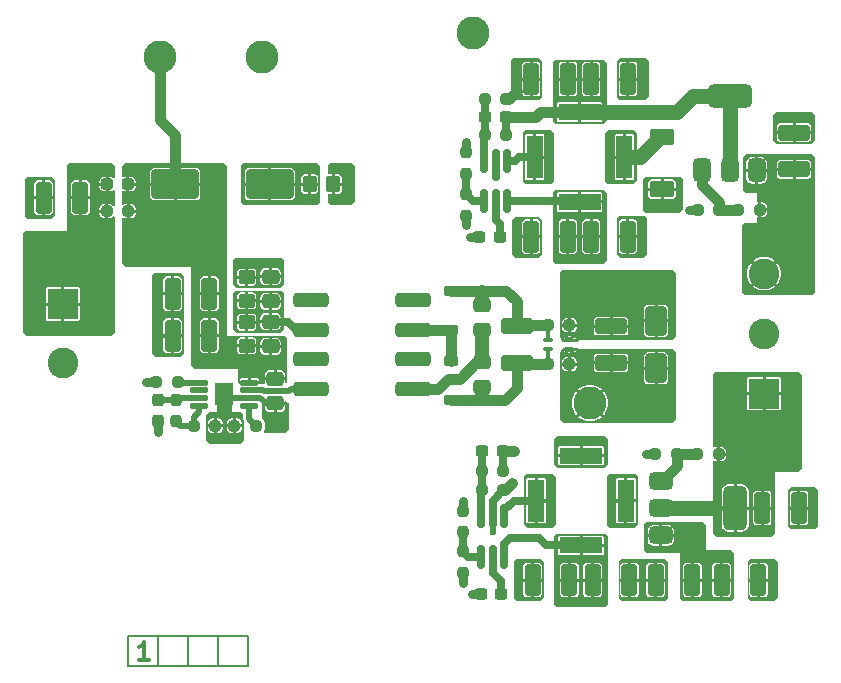
<source format=gbr>
G04 #@! TF.GenerationSoftware,KiCad,Pcbnew,8.0.6*
G04 #@! TF.CreationDate,2024-12-01T22:00:57+01:00*
G04 #@! TF.ProjectId,UCC25800,55434332-3538-4303-902e-6b696361645f,rev?*
G04 #@! TF.SameCoordinates,Original*
G04 #@! TF.FileFunction,Copper,L1,Top*
G04 #@! TF.FilePolarity,Positive*
%FSLAX46Y46*%
G04 Gerber Fmt 4.6, Leading zero omitted, Abs format (unit mm)*
G04 Created by KiCad (PCBNEW 8.0.6) date 2024-12-01 22:00:57*
%MOMM*%
%LPD*%
G01*
G04 APERTURE LIST*
G04 Aperture macros list*
%AMRoundRect*
0 Rectangle with rounded corners*
0 $1 Rounding radius*
0 $2 $3 $4 $5 $6 $7 $8 $9 X,Y pos of 4 corners*
0 Add a 4 corners polygon primitive as box body*
4,1,4,$2,$3,$4,$5,$6,$7,$8,$9,$2,$3,0*
0 Add four circle primitives for the rounded corners*
1,1,$1+$1,$2,$3*
1,1,$1+$1,$4,$5*
1,1,$1+$1,$6,$7*
1,1,$1+$1,$8,$9*
0 Add four rect primitives between the rounded corners*
20,1,$1+$1,$2,$3,$4,$5,0*
20,1,$1+$1,$4,$5,$6,$7,0*
20,1,$1+$1,$6,$7,$8,$9,0*
20,1,$1+$1,$8,$9,$2,$3,0*%
G04 Aperture macros list end*
G04 #@! TA.AperFunction,NonConductor*
%ADD10C,0.200000*%
G04 #@! TD*
%ADD11C,0.300000*%
G04 #@! TA.AperFunction,NonConductor*
%ADD12C,0.300000*%
G04 #@! TD*
G04 #@! TA.AperFunction,SMDPad,CuDef*
%ADD13RoundRect,0.237500X0.250000X0.237500X-0.250000X0.237500X-0.250000X-0.237500X0.250000X-0.237500X0*%
G04 #@! TD*
G04 #@! TA.AperFunction,SMDPad,CuDef*
%ADD14RoundRect,0.162500X-0.162500X0.837500X-0.162500X-0.837500X0.162500X-0.837500X0.162500X0.837500X0*%
G04 #@! TD*
G04 #@! TA.AperFunction,SMDPad,CuDef*
%ADD15RoundRect,0.375000X-0.625000X-0.375000X0.625000X-0.375000X0.625000X0.375000X-0.625000X0.375000X0*%
G04 #@! TD*
G04 #@! TA.AperFunction,SMDPad,CuDef*
%ADD16RoundRect,0.500000X-0.500000X-1.400000X0.500000X-1.400000X0.500000X1.400000X-0.500000X1.400000X0*%
G04 #@! TD*
G04 #@! TA.AperFunction,SMDPad,CuDef*
%ADD17R,3.600000X1.400000*%
G04 #@! TD*
G04 #@! TA.AperFunction,SMDPad,CuDef*
%ADD18R,1.400000X3.600000*%
G04 #@! TD*
G04 #@! TA.AperFunction,SMDPad,CuDef*
%ADD19RoundRect,0.250000X0.800000X-0.450000X0.800000X0.450000X-0.800000X0.450000X-0.800000X-0.450000X0*%
G04 #@! TD*
G04 #@! TA.AperFunction,SMDPad,CuDef*
%ADD20RoundRect,0.250000X-0.412500X-1.100000X0.412500X-1.100000X0.412500X1.100000X-0.412500X1.100000X0*%
G04 #@! TD*
G04 #@! TA.AperFunction,SMDPad,CuDef*
%ADD21RoundRect,0.237500X-0.250000X-0.237500X0.250000X-0.237500X0.250000X0.237500X-0.250000X0.237500X0*%
G04 #@! TD*
G04 #@! TA.AperFunction,SMDPad,CuDef*
%ADD22RoundRect,0.237500X0.300000X0.237500X-0.300000X0.237500X-0.300000X-0.237500X0.300000X-0.237500X0*%
G04 #@! TD*
G04 #@! TA.AperFunction,SMDPad,CuDef*
%ADD23RoundRect,0.237500X0.237500X-0.250000X0.237500X0.250000X-0.237500X0.250000X-0.237500X-0.250000X0*%
G04 #@! TD*
G04 #@! TA.AperFunction,SMDPad,CuDef*
%ADD24RoundRect,0.250000X0.412500X1.100000X-0.412500X1.100000X-0.412500X-1.100000X0.412500X-1.100000X0*%
G04 #@! TD*
G04 #@! TA.AperFunction,ComponentPad*
%ADD25C,2.800000*%
G04 #@! TD*
G04 #@! TA.AperFunction,SMDPad,CuDef*
%ADD26RoundRect,0.250000X0.475000X-0.337500X0.475000X0.337500X-0.475000X0.337500X-0.475000X-0.337500X0*%
G04 #@! TD*
G04 #@! TA.AperFunction,SMDPad,CuDef*
%ADD27RoundRect,0.250000X0.650000X-1.000000X0.650000X1.000000X-0.650000X1.000000X-0.650000X-1.000000X0*%
G04 #@! TD*
G04 #@! TA.AperFunction,SMDPad,CuDef*
%ADD28RoundRect,0.100000X0.300000X0.100000X-0.300000X0.100000X-0.300000X-0.100000X0.300000X-0.100000X0*%
G04 #@! TD*
G04 #@! TA.AperFunction,ComponentPad*
%ADD29R,2.600000X2.600000*%
G04 #@! TD*
G04 #@! TA.AperFunction,ComponentPad*
%ADD30C,2.600000*%
G04 #@! TD*
G04 #@! TA.AperFunction,SMDPad,CuDef*
%ADD31RoundRect,0.250000X0.450000X-0.350000X0.450000X0.350000X-0.450000X0.350000X-0.450000X-0.350000X0*%
G04 #@! TD*
G04 #@! TA.AperFunction,SMDPad,CuDef*
%ADD32RoundRect,0.250000X-0.350000X-0.450000X0.350000X-0.450000X0.350000X0.450000X-0.350000X0.450000X0*%
G04 #@! TD*
G04 #@! TA.AperFunction,SMDPad,CuDef*
%ADD33RoundRect,0.250000X1.100000X-0.412500X1.100000X0.412500X-1.100000X0.412500X-1.100000X-0.412500X0*%
G04 #@! TD*
G04 #@! TA.AperFunction,SMDPad,CuDef*
%ADD34RoundRect,0.237500X-0.287500X-0.237500X0.287500X-0.237500X0.287500X0.237500X-0.287500X0.237500X0*%
G04 #@! TD*
G04 #@! TA.AperFunction,SMDPad,CuDef*
%ADD35RoundRect,0.375000X0.375000X-0.625000X0.375000X0.625000X-0.375000X0.625000X-0.375000X-0.625000X0*%
G04 #@! TD*
G04 #@! TA.AperFunction,SMDPad,CuDef*
%ADD36RoundRect,0.500000X1.400000X-0.500000X1.400000X0.500000X-1.400000X0.500000X-1.400000X-0.500000X0*%
G04 #@! TD*
G04 #@! TA.AperFunction,SMDPad,CuDef*
%ADD37RoundRect,0.250000X-0.475000X0.337500X-0.475000X-0.337500X0.475000X-0.337500X0.475000X0.337500X0*%
G04 #@! TD*
G04 #@! TA.AperFunction,SMDPad,CuDef*
%ADD38RoundRect,0.225000X0.375000X-0.225000X0.375000X0.225000X-0.375000X0.225000X-0.375000X-0.225000X0*%
G04 #@! TD*
G04 #@! TA.AperFunction,SMDPad,CuDef*
%ADD39RoundRect,0.237500X-0.237500X0.300000X-0.237500X-0.300000X0.237500X-0.300000X0.237500X0.300000X0*%
G04 #@! TD*
G04 #@! TA.AperFunction,SMDPad,CuDef*
%ADD40RoundRect,0.125000X-0.600000X-0.125000X0.600000X-0.125000X0.600000X0.125000X-0.600000X0.125000X0*%
G04 #@! TD*
G04 #@! TA.AperFunction,HeatsinkPad*
%ADD41C,0.600000*%
G04 #@! TD*
G04 #@! TA.AperFunction,HeatsinkPad*
%ADD42R,1.570000X1.890000*%
G04 #@! TD*
G04 #@! TA.AperFunction,SMDPad,CuDef*
%ADD43RoundRect,0.300000X1.200000X-0.300000X1.200000X0.300000X-1.200000X0.300000X-1.200000X-0.300000X0*%
G04 #@! TD*
G04 #@! TA.AperFunction,SMDPad,CuDef*
%ADD44RoundRect,0.237500X-0.237500X0.250000X-0.237500X-0.250000X0.237500X-0.250000X0.237500X0.250000X0*%
G04 #@! TD*
G04 #@! TA.AperFunction,SMDPad,CuDef*
%ADD45RoundRect,0.250000X-1.750000X-1.000000X1.750000X-1.000000X1.750000X1.000000X-1.750000X1.000000X0*%
G04 #@! TD*
G04 #@! TA.AperFunction,ViaPad*
%ADD46C,0.600000*%
G04 #@! TD*
G04 #@! TA.AperFunction,Conductor*
%ADD47C,0.762000*%
G04 #@! TD*
G04 #@! TA.AperFunction,Conductor*
%ADD48C,0.508000*%
G04 #@! TD*
G04 #@! TA.AperFunction,Conductor*
%ADD49C,0.254000*%
G04 #@! TD*
G04 #@! TA.AperFunction,Conductor*
%ADD50C,1.270000*%
G04 #@! TD*
G04 #@! TA.AperFunction,Conductor*
%ADD51C,0.889000*%
G04 #@! TD*
G04 #@! TA.AperFunction,Conductor*
%ADD52C,0.635000*%
G04 #@! TD*
G04 #@! TA.AperFunction,Conductor*
%ADD53C,1.143000*%
G04 #@! TD*
G04 #@! TA.AperFunction,Conductor*
%ADD54C,0.375000*%
G04 #@! TD*
G04 APERTURE END LIST*
D10*
X135890000Y-115570000D02*
X138430000Y-115570000D01*
X138430000Y-118110000D01*
X135890000Y-118110000D01*
X135890000Y-115570000D01*
X130810000Y-115570000D02*
X133350000Y-115570000D01*
X133350000Y-118110000D01*
X130810000Y-118110000D01*
X130810000Y-115570000D01*
X138430000Y-115570000D02*
X140970000Y-115570000D01*
X140970000Y-118110000D01*
X138430000Y-118110000D01*
X138430000Y-115570000D01*
X133350000Y-115570000D02*
X135890000Y-115570000D01*
X135890000Y-118110000D01*
X133350000Y-118110000D01*
X133350000Y-115570000D01*
D11*
D12*
X132607425Y-117606028D02*
X131750282Y-117606028D01*
X132178853Y-117606028D02*
X132178853Y-116106028D01*
X132178853Y-116106028D02*
X132035996Y-116320314D01*
X132035996Y-116320314D02*
X131893139Y-116463171D01*
X131893139Y-116463171D02*
X131750282Y-116534600D01*
D13*
G04 #@! TO.P,R15,1*
G04 #@! TO.N,Net-(D4-K)*
X162583500Y-101600000D03*
G04 #@! TO.P,R15,2*
G04 #@! TO.N,Net-(U2-FBX)*
X160758500Y-101600000D03*
G04 #@! TD*
D14*
G04 #@! TO.P,U2,1,SW*
G04 #@! TO.N,Net-(U2-SW)*
X162621000Y-105478000D03*
G04 #@! TO.P,U2,2,GND*
G04 #@! TO.N,GND*
X161671000Y-105478000D03*
G04 #@! TO.P,U2,3,FBX*
G04 #@! TO.N,Net-(U2-FBX)*
X160721000Y-105478000D03*
G04 #@! TO.P,U2,4,EN/UVLO*
G04 #@! TO.N,Net-(U2-EN{slash}UVLO)*
X160721000Y-108898000D03*
G04 #@! TO.P,U2,5,INTVCC*
G04 #@! TO.N,Net-(U2-INTVCC)*
X161671000Y-108898000D03*
G04 #@! TO.P,U2,6,VIN*
G04 #@! TO.N,+24V*
X162621000Y-108898000D03*
G04 #@! TD*
D13*
G04 #@! TO.P,R19,1*
G04 #@! TO.N,Net-(U5-ADJ)*
X177277000Y-100203000D03*
G04 #@! TO.P,R19,2*
G04 #@! TO.N,GND*
X175452000Y-100203000D03*
G04 #@! TD*
D15*
G04 #@! TO.P,U5,1,ADJ*
G04 #@! TO.N,Net-(U5-ADJ)*
X175920000Y-102475000D03*
G04 #@! TO.P,U5,2,VO*
G04 #@! TO.N,+18V*
X175920000Y-104775000D03*
D16*
X182220000Y-104775000D03*
D15*
G04 #@! TO.P,U5,3,VI*
G04 #@! TO.N,Net-(D4-K)*
X175920000Y-107075000D03*
G04 #@! TD*
D17*
G04 #@! TO.P,L2,1*
G04 #@! TO.N,+24V*
X169037000Y-78857000D03*
D18*
G04 #@! TO.P,L2,2*
G04 #@! TO.N,Net-(D5-A)*
X172837000Y-75057000D03*
D17*
G04 #@! TO.P,L2,3*
G04 #@! TO.N,Net-(U6-VI)*
X169037000Y-71257000D03*
D18*
G04 #@! TO.P,L2,4*
G04 #@! TO.N,Net-(U4-SW)*
X165237000Y-75057000D03*
G04 #@! TD*
D19*
G04 #@! TO.P,D5,1,K*
G04 #@! TO.N,GND*
X176022000Y-77765000D03*
G04 #@! TO.P,D5,2,A*
G04 #@! TO.N,Net-(D5-A)*
X176022000Y-73365000D03*
G04 #@! TD*
D20*
G04 #@! TO.P,C13,1*
G04 #@! TO.N,+24V*
X170014500Y-81788000D03*
G04 #@! TO.P,C13,2*
G04 #@! TO.N,GND*
X173139500Y-81788000D03*
G04 #@! TD*
G04 #@! TO.P,C16,1*
G04 #@! TO.N,Net-(D4-K)*
X181063500Y-110871000D03*
G04 #@! TO.P,C16,2*
G04 #@! TO.N,GND*
X184188500Y-110871000D03*
G04 #@! TD*
D21*
G04 #@! TO.P,R20,1*
G04 #@! TO.N,Net-(D2-A)*
X166346500Y-89281000D03*
G04 #@! TO.P,R20,2*
G04 #@! TO.N,GND*
X168171500Y-89281000D03*
G04 #@! TD*
D22*
G04 #@! TO.P,C18,1*
G04 #@! TO.N,Net-(D4-K)*
X162533500Y-99949000D03*
G04 #@! TO.P,C18,2*
G04 #@! TO.N,Net-(U2-FBX)*
X160808500Y-99949000D03*
G04 #@! TD*
D23*
G04 #@! TO.P,R9,1*
G04 #@! TO.N,Net-(U2-EN{slash}UVLO)*
X159131000Y-106830500D03*
G04 #@! TO.P,R9,2*
G04 #@! TO.N,GND*
X159131000Y-105005500D03*
G04 #@! TD*
D24*
G04 #@! TO.P,C12,1*
G04 #@! TO.N,Net-(D4-K)*
X178600500Y-110871000D03*
G04 #@! TO.P,C12,2*
G04 #@! TO.N,GND*
X175475500Y-110871000D03*
G04 #@! TD*
D13*
G04 #@! TO.P,R6,1*
G04 #@! TO.N,Net-(U1-RT)*
X141628500Y-97790000D03*
G04 #@! TO.P,R6,2*
G04 #@! TO.N,GNDS*
X139803500Y-97790000D03*
G04 #@! TD*
D25*
G04 #@! TO.P,TP4,1,1*
G04 #@! TO.N,GND*
X160020000Y-64516000D03*
G04 #@! TD*
D21*
G04 #@! TO.P,R16,1*
G04 #@! TO.N,Net-(U4-FBX)*
X161012500Y-70104000D03*
G04 #@! TO.P,R16,2*
G04 #@! TO.N,GND*
X162837500Y-70104000D03*
G04 #@! TD*
D26*
G04 #@! TO.P,C9,1*
G04 #@! TO.N,Net-(D1-K)*
X160782000Y-94509500D03*
G04 #@! TO.P,C9,2*
G04 #@! TO.N,Net-(T1-SB)*
X160782000Y-92434500D03*
G04 #@! TD*
D27*
G04 #@! TO.P,D3,1,K*
G04 #@! TO.N,+24V*
X175514000Y-92932000D03*
G04 #@! TO.P,D3,2,A*
G04 #@! TO.N,GND*
X175514000Y-88932000D03*
G04 #@! TD*
D25*
G04 #@! TO.P,TP3,1,1*
G04 #@! TO.N,+24V*
X169926000Y-95885000D03*
G04 #@! TD*
D28*
G04 #@! TO.P,FL1,1,1*
G04 #@! TO.N,+24V*
X168184000Y-91332000D03*
G04 #@! TO.P,FL1,2,2*
G04 #@! TO.N,GND*
X168184000Y-90532000D03*
G04 #@! TO.P,FL1,3,3*
G04 #@! TO.N,Net-(D2-A)*
X166334000Y-90532000D03*
G04 #@! TO.P,FL1,4,4*
G04 #@! TO.N,Net-(D1-K)*
X166334000Y-91332000D03*
G04 #@! TD*
D21*
G04 #@! TO.P,R4,1*
G04 #@! TO.N,Net-(U1-OC{slash}DT)*
X136374500Y-97790000D03*
G04 #@! TO.P,R4,2*
G04 #@! TO.N,GNDS*
X138199500Y-97790000D03*
G04 #@! TD*
D22*
G04 #@! TO.P,C26,1*
G04 #@! TO.N,Net-(U6-VI)*
X162787500Y-71628000D03*
G04 #@! TO.P,C26,2*
G04 #@! TO.N,Net-(U4-FBX)*
X161062500Y-71628000D03*
G04 #@! TD*
G04 #@! TO.P,C23,1*
G04 #@! TO.N,Net-(U4-INTVCC)*
X162279500Y-81788000D03*
G04 #@! TO.P,C23,2*
G04 #@! TO.N,GND*
X160554500Y-81788000D03*
G04 #@! TD*
D26*
G04 #@! TO.P,C14,1*
G04 #@! TO.N,Net-(T1-SB)*
X160782000Y-89683500D03*
G04 #@! TO.P,C14,2*
G04 #@! TO.N,Net-(D2-A)*
X160782000Y-87608500D03*
G04 #@! TD*
D14*
G04 #@! TO.P,U4,1,SW*
G04 #@! TO.N,Net-(U4-SW)*
X162875000Y-75379000D03*
G04 #@! TO.P,U4,2,GND*
G04 #@! TO.N,GND*
X161925000Y-75379000D03*
G04 #@! TO.P,U4,3,FBX*
G04 #@! TO.N,Net-(U4-FBX)*
X160975000Y-75379000D03*
G04 #@! TO.P,U4,4,EN/UVLO*
G04 #@! TO.N,Net-(U4-EN{slash}UVLO)*
X160975000Y-78799000D03*
G04 #@! TO.P,U4,5,INTVCC*
G04 #@! TO.N,Net-(U4-INTVCC)*
X161925000Y-78799000D03*
G04 #@! TO.P,U4,6,VIN*
G04 #@! TO.N,+24V*
X162875000Y-78799000D03*
G04 #@! TD*
D13*
G04 #@! TO.P,R18,1*
G04 #@! TO.N,Net-(U6-ADJ)*
X180871500Y-79502000D03*
G04 #@! TO.P,R18,2*
G04 #@! TO.N,GND*
X179046500Y-79502000D03*
G04 #@! TD*
D17*
G04 #@! TO.P,L1,1*
G04 #@! TO.N,+24V*
X169164000Y-107940000D03*
D18*
G04 #@! TO.P,L1,2*
G04 #@! TO.N,Net-(D4-A)*
X172964000Y-104140000D03*
D17*
G04 #@! TO.P,L1,3*
G04 #@! TO.N,GND*
X169164000Y-100340000D03*
D18*
G04 #@! TO.P,L1,4*
G04 #@! TO.N,Net-(U2-SW)*
X165364000Y-104140000D03*
G04 #@! TD*
D29*
G04 #@! TO.P,J1,1,Pin_1*
G04 #@! TO.N,Net-(J1-Pin_1)*
X125298000Y-87500000D03*
D30*
G04 #@! TO.P,J1,2,Pin_2*
G04 #@! TO.N,GNDS*
X125298000Y-92500000D03*
G04 #@! TD*
D21*
G04 #@! TO.P,R14,1*
G04 #@! TO.N,Net-(D1-K)*
X166346500Y-92583000D03*
G04 #@! TO.P,R14,2*
G04 #@! TO.N,+24V*
X168171500Y-92583000D03*
G04 #@! TD*
D13*
G04 #@! TO.P,R13,1*
G04 #@! TO.N,+18V*
X180833000Y-100203000D03*
G04 #@! TO.P,R13,2*
G04 #@! TO.N,Net-(U5-ADJ)*
X179008000Y-100203000D03*
G04 #@! TD*
D31*
G04 #@! TO.P,R8,1*
G04 #@! TO.N,Net-(T1-AB)*
X140843000Y-87233000D03*
G04 #@! TO.P,R8,2*
G04 #@! TO.N,GNDS*
X140843000Y-85233000D03*
G04 #@! TD*
D32*
G04 #@! TO.P,R2,1*
G04 #@! TO.N,Net-(C2-Pad2)*
X146193000Y-77343000D03*
G04 #@! TO.P,R2,2*
G04 #@! TO.N,GNDS*
X148193000Y-77343000D03*
G04 #@! TD*
D33*
G04 #@! TO.P,C27,1*
G04 #@! TO.N,Net-(D1-K)*
X163703000Y-92494500D03*
G04 #@! TO.P,C27,2*
G04 #@! TO.N,Net-(D2-A)*
X163703000Y-89369500D03*
G04 #@! TD*
D29*
G04 #@! TO.P,J2,1,Pin_1*
G04 #@! TO.N,+18V*
X184658000Y-95080000D03*
D30*
G04 #@! TO.P,J2,2,Pin_2*
G04 #@! TO.N,GND*
X184658000Y-90000000D03*
G04 #@! TO.P,J2,3,Pin_3*
G04 #@! TO.N,-18V*
X184658000Y-84920000D03*
G04 #@! TD*
D20*
G04 #@! TO.P,C19,1*
G04 #@! TO.N,+24V*
X170141500Y-110871000D03*
G04 #@! TO.P,C19,2*
G04 #@! TO.N,GND*
X173266500Y-110871000D03*
G04 #@! TD*
D24*
G04 #@! TO.P,C20,1*
G04 #@! TO.N,+24V*
X168059500Y-81788000D03*
G04 #@! TO.P,C20,2*
G04 #@! TO.N,GND*
X164934500Y-81788000D03*
G04 #@! TD*
D34*
G04 #@! TO.P,L3,1*
G04 #@! TO.N,Net-(J1-Pin_1)*
X129046000Y-77343000D03*
G04 #@! TO.P,L3,2*
G04 #@! TO.N,Net-(U1-VCC)*
X130796000Y-77343000D03*
G04 #@! TD*
D13*
G04 #@! TO.P,R10,1*
G04 #@! TO.N,Net-(U6-VI)*
X162837500Y-73152000D03*
G04 #@! TO.P,R10,2*
G04 #@! TO.N,Net-(U4-FBX)*
X161012500Y-73152000D03*
G04 #@! TD*
D20*
G04 #@! TO.P,C24,1*
G04 #@! TO.N,Net-(U6-VI)*
X170014500Y-68453000D03*
G04 #@! TO.P,C24,2*
G04 #@! TO.N,GND*
X173139500Y-68453000D03*
G04 #@! TD*
D31*
G04 #@! TO.P,R7,1*
G04 #@! TO.N,Net-(U1-VCC)*
X140843000Y-91043000D03*
G04 #@! TO.P,R7,2*
G04 #@! TO.N,Net-(T1-AB)*
X140843000Y-89043000D03*
G04 #@! TD*
D35*
G04 #@! TO.P,U6,1,ADJ*
G04 #@! TO.N,Net-(U6-ADJ)*
X179437000Y-76175000D03*
G04 #@! TO.P,U6,2,VI*
G04 #@! TO.N,Net-(U6-VI)*
X181737000Y-76175000D03*
D36*
X181737000Y-69875000D03*
D35*
G04 #@! TO.P,U6,3,VO*
G04 #@! TO.N,-18V*
X184037000Y-76175000D03*
G04 #@! TD*
D22*
G04 #@! TO.P,C15,1*
G04 #@! TO.N,Net-(U2-INTVCC)*
X162406500Y-112014000D03*
G04 #@! TO.P,C15,2*
G04 #@! TO.N,GND*
X160681500Y-112014000D03*
G04 #@! TD*
D25*
G04 #@! TO.P,TP1,1,1*
G04 #@! TO.N,Net-(U1-VCC)*
X133477000Y-66548000D03*
G04 #@! TD*
G04 #@! TO.P,TP2,1,1*
G04 #@! TO.N,GNDS*
X142113000Y-66548000D03*
G04 #@! TD*
D24*
G04 #@! TO.P,C1,1*
G04 #@! TO.N,Net-(J1-Pin_1)*
X126784500Y-78486000D03*
G04 #@! TO.P,C1,2*
G04 #@! TO.N,GNDS*
X123659500Y-78486000D03*
G04 #@! TD*
D33*
G04 #@! TO.P,C25,1*
G04 #@! TO.N,-18V*
X187198000Y-76111500D03*
G04 #@! TO.P,C25,2*
G04 #@! TO.N,GND*
X187198000Y-72986500D03*
G04 #@! TD*
D20*
G04 #@! TO.P,C17,1*
G04 #@! TO.N,+18V*
X184492500Y-104775000D03*
G04 #@! TO.P,C17,2*
G04 #@! TO.N,GND*
X187617500Y-104775000D03*
G04 #@! TD*
D13*
G04 #@! TO.P,R17,1*
G04 #@! TO.N,-18V*
X184300500Y-79502000D03*
G04 #@! TO.P,R17,2*
G04 #@! TO.N,Net-(U6-ADJ)*
X182475500Y-79502000D03*
G04 #@! TD*
D37*
G04 #@! TO.P,C6,1*
G04 #@! TO.N,Net-(U1-VCC)*
X143256000Y-93831500D03*
G04 #@! TO.P,C6,2*
G04 #@! TO.N,GNDS*
X143256000Y-95906500D03*
G04 #@! TD*
D38*
G04 #@! TO.P,D1,1,K*
G04 #@! TO.N,Net-(D1-K)*
X158115000Y-95630000D03*
G04 #@! TO.P,D1,2,A*
G04 #@! TO.N,Net-(D1-A)*
X158115000Y-92330000D03*
G04 #@! TD*
D23*
G04 #@! TO.P,R22,1*
G04 #@! TO.N,Net-(U4-EN{slash}UVLO)*
X159385000Y-76477500D03*
G04 #@! TO.P,R22,2*
G04 #@! TO.N,GND*
X159385000Y-74652500D03*
G04 #@! TD*
D39*
G04 #@! TO.P,C5,1*
G04 #@! TO.N,Net-(U1-VREG)*
X133350000Y-95657500D03*
G04 #@! TO.P,C5,2*
G04 #@! TO.N,GNDS*
X133350000Y-97382500D03*
G04 #@! TD*
D40*
G04 #@! TO.P,U1,1,SYNC*
G04 #@! TO.N,Net-(U1-SYNC)*
X136788000Y-94148000D03*
G04 #@! TO.P,U1,2,~{DIS/FLT}*
G04 #@! TO.N,unconnected-(U1-~{DIS{slash}FLT}-Pad2)*
X136788000Y-94798000D03*
G04 #@! TO.P,U1,3,VREG*
G04 #@! TO.N,Net-(U1-VREG)*
X136788000Y-95448000D03*
G04 #@! TO.P,U1,4,OC/DT*
G04 #@! TO.N,Net-(U1-OC{slash}DT)*
X136788000Y-96098000D03*
G04 #@! TO.P,U1,5,RT*
G04 #@! TO.N,Net-(U1-RT)*
X141088000Y-96098000D03*
G04 #@! TO.P,U1,6,GND*
G04 #@! TO.N,GNDS*
X141088000Y-95448000D03*
G04 #@! TO.P,U1,7,SW*
G04 #@! TO.N,Net-(T1-AA)*
X141088000Y-94798000D03*
G04 #@! TO.P,U1,8,VCC*
G04 #@! TO.N,Net-(U1-VCC)*
X141088000Y-94148000D03*
D41*
G04 #@! TO.P,U1,9,GND*
G04 #@! TO.N,GNDS*
X138453000Y-94478000D03*
X138453000Y-95768000D03*
D42*
X138938000Y-95123000D03*
D41*
X139423000Y-94478000D03*
X139423000Y-95768000D03*
G04 #@! TD*
D24*
G04 #@! TO.P,C10,1*
G04 #@! TO.N,Net-(U6-VI)*
X168059500Y-68453000D03*
G04 #@! TO.P,C10,2*
G04 #@! TO.N,GND*
X164934500Y-68453000D03*
G04 #@! TD*
G04 #@! TO.P,C11,1*
G04 #@! TO.N,+24V*
X168186500Y-110871000D03*
G04 #@! TO.P,C11,2*
G04 #@! TO.N,GND*
X165061500Y-110871000D03*
G04 #@! TD*
D21*
G04 #@! TO.P,R5,1*
G04 #@! TO.N,GNDS*
X133199500Y-94107000D03*
G04 #@! TO.P,R5,2*
G04 #@! TO.N,Net-(U1-SYNC)*
X135024500Y-94107000D03*
G04 #@! TD*
D33*
G04 #@! TO.P,C28,1*
G04 #@! TO.N,+24V*
X171704000Y-92494500D03*
G04 #@! TO.P,C28,2*
G04 #@! TO.N,GND*
X171704000Y-89369500D03*
G04 #@! TD*
D21*
G04 #@! TO.P,R1,1*
G04 #@! TO.N,Net-(J1-Pin_1)*
X129008500Y-79629000D03*
G04 #@! TO.P,R1,2*
G04 #@! TO.N,Net-(U1-VCC)*
X130833500Y-79629000D03*
G04 #@! TD*
D23*
G04 #@! TO.P,R12,1*
G04 #@! TO.N,+24V*
X159131000Y-110259500D03*
G04 #@! TO.P,R12,2*
G04 #@! TO.N,Net-(U2-EN{slash}UVLO)*
X159131000Y-108434500D03*
G04 #@! TD*
D24*
G04 #@! TO.P,C3,1*
G04 #@! TO.N,Net-(U1-VCC)*
X137706500Y-86614000D03*
G04 #@! TO.P,C3,2*
G04 #@! TO.N,GNDS*
X134581500Y-86614000D03*
G04 #@! TD*
D43*
G04 #@! TO.P,T1,1,AA*
G04 #@! TO.N,Net-(T1-AA)*
X146277000Y-94682000D03*
G04 #@! TO.P,T1,2*
G04 #@! TO.N,unconnected-(T1-Pad2)*
X146277000Y-92182000D03*
G04 #@! TO.P,T1,3,AB*
G04 #@! TO.N,Net-(T1-AB)*
X146277000Y-89682000D03*
G04 #@! TO.P,T1,4*
G04 #@! TO.N,unconnected-(T1-Pad4)*
X146277000Y-87182000D03*
G04 #@! TO.P,T1,5*
G04 #@! TO.N,unconnected-(T1-Pad5)*
X154962000Y-87182000D03*
G04 #@! TO.P,T1,6,SA*
G04 #@! TO.N,Net-(D1-A)*
X154967000Y-89682000D03*
G04 #@! TO.P,T1,7*
G04 #@! TO.N,unconnected-(T1-Pad7)*
X154967000Y-92182000D03*
G04 #@! TO.P,T1,8,SB*
G04 #@! TO.N,Net-(T1-SB)*
X154967000Y-94682000D03*
G04 #@! TD*
D21*
G04 #@! TO.P,R11,1*
G04 #@! TO.N,Net-(U2-FBX)*
X160758500Y-103251000D03*
G04 #@! TO.P,R11,2*
G04 #@! TO.N,GND*
X162583500Y-103251000D03*
G04 #@! TD*
D44*
G04 #@! TO.P,R3,1*
G04 #@! TO.N,Net-(U1-VREG)*
X134874000Y-95607500D03*
G04 #@! TO.P,R3,2*
G04 #@! TO.N,Net-(U1-OC{slash}DT)*
X134874000Y-97432500D03*
G04 #@! TD*
D23*
G04 #@! TO.P,R21,1*
G04 #@! TO.N,+24V*
X159385000Y-80033500D03*
G04 #@! TO.P,R21,2*
G04 #@! TO.N,Net-(U4-EN{slash}UVLO)*
X159385000Y-78208500D03*
G04 #@! TD*
D26*
G04 #@! TO.P,C8,1*
G04 #@! TO.N,Net-(T1-AB)*
X142875000Y-87270500D03*
G04 #@! TO.P,C8,2*
G04 #@! TO.N,GNDS*
X142875000Y-85195500D03*
G04 #@! TD*
D24*
G04 #@! TO.P,C4,1*
G04 #@! TO.N,Net-(U1-VCC)*
X137706500Y-90170000D03*
G04 #@! TO.P,C4,2*
G04 #@! TO.N,GNDS*
X134581500Y-90170000D03*
G04 #@! TD*
D38*
G04 #@! TO.P,D2,1,K*
G04 #@! TO.N,Net-(D1-A)*
X158115000Y-89661000D03*
G04 #@! TO.P,D2,2,A*
G04 #@! TO.N,Net-(D2-A)*
X158115000Y-86361000D03*
G04 #@! TD*
D45*
G04 #@! TO.P,C2,1*
G04 #@! TO.N,Net-(U1-VCC)*
X134811000Y-77343000D03*
G04 #@! TO.P,C2,2*
G04 #@! TO.N,Net-(C2-Pad2)*
X142811000Y-77343000D03*
G04 #@! TD*
D26*
G04 #@! TO.P,C7,1*
G04 #@! TO.N,Net-(U1-VCC)*
X142875000Y-91080500D03*
G04 #@! TO.P,C7,2*
G04 #@! TO.N,Net-(T1-AB)*
X142875000Y-89005500D03*
G04 #@! TD*
D46*
G04 #@! TO.N,GNDS*
X139954000Y-98806000D03*
X142875000Y-97917000D03*
X143637000Y-97155000D03*
X133350000Y-85598000D03*
X133350000Y-89154000D03*
X143637000Y-97917000D03*
X149479000Y-76327000D03*
X133350000Y-86614000D03*
X140843000Y-83947000D03*
X149479000Y-78359000D03*
X132334000Y-94107000D03*
X138938000Y-98806000D03*
X142875000Y-97155000D03*
X142875000Y-83947000D03*
X122428000Y-77470000D03*
X122428000Y-78486000D03*
X122428000Y-79502000D03*
X133350000Y-87630000D03*
X141859000Y-83947000D03*
X133350000Y-98298000D03*
X149479000Y-77343000D03*
X133350000Y-91186000D03*
X137922000Y-98806000D03*
X133350000Y-90170000D03*
G04 #@! TO.N,GND*
X174498000Y-86995000D03*
X159766000Y-81788000D03*
X174498000Y-85979000D03*
X174371000Y-68453000D03*
X163830000Y-110871000D03*
X188849000Y-105791000D03*
X161925000Y-76708000D03*
X174371000Y-69469000D03*
X176022000Y-79248000D03*
X174371000Y-80772000D03*
X175514000Y-85979000D03*
X186182000Y-71755000D03*
X185420000Y-110871000D03*
X178308000Y-79502000D03*
X185420000Y-109855000D03*
X169164000Y-99060000D03*
X174371000Y-82804000D03*
X187198000Y-71755000D03*
X174371000Y-110871000D03*
X188214000Y-71755000D03*
X173482000Y-85979000D03*
X163830000Y-111887000D03*
X188849000Y-103759000D03*
X174625000Y-100203000D03*
X173482000Y-86995000D03*
X175514000Y-84963000D03*
X161671000Y-106807000D03*
X163322000Y-102616000D03*
X175514000Y-86995000D03*
X185420000Y-111887000D03*
X174371000Y-109855000D03*
X175006000Y-79248000D03*
X168148000Y-99060000D03*
X174371000Y-81788000D03*
X163830000Y-109855000D03*
X163703000Y-82804000D03*
X163703000Y-81788000D03*
X159893000Y-112014000D03*
X173482000Y-84963000D03*
X163703000Y-68453000D03*
X159131000Y-104140000D03*
X163703000Y-67437000D03*
X174371000Y-67437000D03*
X188849000Y-104775000D03*
X177038000Y-79248000D03*
X174498000Y-84963000D03*
X170180000Y-99060000D03*
X163703000Y-80772000D03*
X159385000Y-73787000D03*
X163703000Y-69469000D03*
X174371000Y-111887000D03*
G04 #@! TO.N,+24V*
X175514000Y-96012000D03*
X175514000Y-94996000D03*
X173482000Y-97028000D03*
X173482000Y-96012000D03*
X175514000Y-97028000D03*
X170053000Y-83693000D03*
X174498000Y-96012000D03*
X174498000Y-94996000D03*
X168148000Y-112776000D03*
X174498000Y-97028000D03*
X173482000Y-94996000D03*
X169037000Y-83693000D03*
X170180000Y-112776000D03*
X169164000Y-112776000D03*
X159385000Y-80772000D03*
X168021000Y-83693000D03*
X159131000Y-111125000D03*
G04 #@! TO.N,Net-(D4-K)*
X178435000Y-107569000D03*
X163449000Y-99949000D03*
X177419000Y-106553000D03*
X178435000Y-106553000D03*
X177419000Y-107569000D03*
G04 #@! TO.N,Net-(D4-A)*
X171831000Y-104140000D03*
X171831000Y-105410000D03*
X171831000Y-102870000D03*
G04 #@! TO.N,Net-(U2-SW)*
X166497000Y-102870000D03*
X166497000Y-104140000D03*
X166497000Y-105410000D03*
G04 #@! TO.N,Net-(D5-A)*
X171704000Y-76327000D03*
X171704000Y-75057000D03*
X171704000Y-73787000D03*
G04 #@! TO.N,Net-(U4-SW)*
X166370000Y-73787000D03*
X166370000Y-75057000D03*
X166370000Y-76327000D03*
G04 #@! TD*
D47*
G04 #@! TO.N,GNDS*
X133350000Y-97382500D02*
X133350000Y-98298000D01*
X133199500Y-94107000D02*
X132334000Y-94107000D01*
D48*
X141088000Y-95448000D02*
X139263000Y-95448000D01*
D49*
X134581500Y-90170000D02*
X133350000Y-90170000D01*
D48*
X143256000Y-95906500D02*
X142480000Y-95906500D01*
X142021500Y-95448000D02*
X141088000Y-95448000D01*
X142480000Y-95906500D02*
X142021500Y-95448000D01*
D50*
X138938000Y-95123000D02*
X138938000Y-96647000D01*
D51*
G04 #@! TO.N,Net-(U1-VCC)*
X133477000Y-71882000D02*
X134811000Y-73216000D01*
X134811000Y-73216000D02*
X134811000Y-77343000D01*
X133477000Y-66548000D02*
X133477000Y-71882000D01*
D48*
X142939500Y-94148000D02*
X143256000Y-93831500D01*
X141261500Y-91080500D02*
X141224000Y-91043000D01*
G04 #@! TO.N,Net-(U1-VREG)*
X135033500Y-95448000D02*
X134874000Y-95607500D01*
X136788000Y-95448000D02*
X135033500Y-95448000D01*
X134874000Y-95607500D02*
X133400000Y-95607500D01*
X133400000Y-95607500D02*
X133350000Y-95657500D01*
D52*
G04 #@! TO.N,Net-(T1-AB)*
X144377500Y-89005500D02*
X145054000Y-89682000D01*
X145054000Y-89682000D02*
X146277000Y-89682000D01*
X142875000Y-89005500D02*
X144377500Y-89005500D01*
D51*
G04 #@! TO.N,Net-(T1-SB)*
X154967000Y-94682000D02*
X157032000Y-94682000D01*
X158877000Y-93853000D02*
X160295500Y-92434500D01*
X160295500Y-92434500D02*
X160782000Y-92434500D01*
D53*
X160782000Y-92434500D02*
X160782000Y-89683500D01*
D51*
X157861000Y-93853000D02*
X158877000Y-93853000D01*
X157032000Y-94682000D02*
X157861000Y-93853000D01*
G04 #@! TO.N,Net-(D1-K)*
X160655000Y-95630000D02*
X162688000Y-95630000D01*
X162688000Y-95630000D02*
X163703000Y-94615000D01*
X163703000Y-94615000D02*
X163703000Y-92494500D01*
D53*
X160782000Y-94509500D02*
X160782000Y-95503000D01*
D54*
X166334000Y-92570500D02*
X166346500Y-92583000D01*
X166334000Y-91332000D02*
X166334000Y-92570500D01*
D51*
X163791500Y-92583000D02*
X163703000Y-92494500D01*
X166346500Y-92583000D02*
X163791500Y-92583000D01*
X158115000Y-95630000D02*
X160655000Y-95630000D01*
D50*
G04 #@! TO.N,Net-(U6-VI)*
X177282000Y-71257000D02*
X178664000Y-69875000D01*
D51*
X165725000Y-71257000D02*
X169037000Y-71257000D01*
D50*
X178664000Y-69875000D02*
X181737000Y-69875000D01*
X181737000Y-69875000D02*
X181737000Y-76175000D01*
X169037000Y-71257000D02*
X177282000Y-71257000D01*
D52*
X162837500Y-71678000D02*
X162787500Y-71628000D01*
D51*
X165354000Y-71628000D02*
X165725000Y-71257000D01*
X162787500Y-71628000D02*
X165354000Y-71628000D01*
D52*
X162837500Y-73152000D02*
X162837500Y-71678000D01*
D47*
G04 #@! TO.N,GND*
X175452000Y-100203000D02*
X174625000Y-100203000D01*
D49*
X167621000Y-90532000D02*
X167513000Y-90424000D01*
X168184000Y-90532000D02*
X168783000Y-90532000D01*
D48*
X161671000Y-105478000D02*
X161671000Y-106807000D01*
D47*
X160681500Y-112014000D02*
X159893000Y-112014000D01*
D51*
X162583500Y-103251000D02*
X162687000Y-103251000D01*
X162837500Y-70104000D02*
X163068000Y-70104000D01*
X162687000Y-103251000D02*
X163322000Y-102616000D01*
D49*
X167513000Y-90424000D02*
X167513000Y-90297000D01*
D47*
X159385000Y-74652500D02*
X159385000Y-73787000D01*
D52*
X161671000Y-104163500D02*
X162583500Y-103251000D01*
D51*
X163068000Y-70104000D02*
X163703000Y-69469000D01*
D47*
X160554500Y-81788000D02*
X159766000Y-81788000D01*
X179046500Y-79502000D02*
X178308000Y-79502000D01*
D49*
X168910000Y-90405000D02*
X168910000Y-90297000D01*
X168783000Y-90532000D02*
X168910000Y-90405000D01*
D54*
X168184000Y-89293500D02*
X168171500Y-89281000D01*
D52*
X161671000Y-105478000D02*
X161671000Y-104163500D01*
D49*
X168184000Y-90532000D02*
X167621000Y-90532000D01*
D52*
X161925000Y-75379000D02*
X161925000Y-76708000D01*
D47*
X159131000Y-105005500D02*
X159131000Y-104140000D01*
D52*
G04 #@! TO.N,+24V*
X162621000Y-108898000D02*
X162621000Y-107825500D01*
X166233000Y-107940000D02*
X169164000Y-107940000D01*
D49*
X168891000Y-91440000D02*
X168891000Y-91567000D01*
X167513000Y-91440000D02*
X167513000Y-91567000D01*
D52*
X165608000Y-107315000D02*
X166233000Y-107940000D01*
D54*
X168184000Y-92570500D02*
X168171500Y-92583000D01*
D52*
X162621000Y-107825500D02*
X163131500Y-107315000D01*
X168979000Y-78799000D02*
X169037000Y-78857000D01*
D49*
X168783000Y-91332000D02*
X168891000Y-91440000D01*
D52*
X163131500Y-107315000D02*
X165608000Y-107315000D01*
D47*
X159131000Y-110259500D02*
X159131000Y-111125000D01*
D49*
X168184000Y-91332000D02*
X167621000Y-91332000D01*
X168184000Y-91332000D02*
X168783000Y-91332000D01*
D52*
X162875000Y-78799000D02*
X168979000Y-78799000D01*
D47*
X159385000Y-80033500D02*
X159385000Y-80772000D01*
D49*
X167621000Y-91332000D02*
X167513000Y-91440000D01*
D48*
X159385000Y-80033500D02*
X159361500Y-80033500D01*
D52*
G04 #@! TO.N,Net-(D4-K)*
X162583500Y-101600000D02*
X162583500Y-99999000D01*
D48*
X162533500Y-101550000D02*
X162583500Y-101600000D01*
D51*
X162533500Y-99949000D02*
X163449000Y-99949000D01*
D52*
X162583500Y-99999000D02*
X162533500Y-99949000D01*
D51*
G04 #@! TO.N,Net-(D2-A)*
X160909000Y-86361000D02*
X162815000Y-86361000D01*
D54*
X166334000Y-90532000D02*
X166334000Y-89293500D01*
D51*
X162815000Y-86361000D02*
X163703000Y-87249000D01*
D53*
X160782000Y-87608500D02*
X160782000Y-86488000D01*
D51*
X158115000Y-86361000D02*
X160909000Y-86361000D01*
D54*
X166334000Y-89293500D02*
X166346500Y-89281000D01*
D51*
X163791500Y-89281000D02*
X163703000Y-89369500D01*
X163703000Y-87249000D02*
X163703000Y-89369500D01*
X166346500Y-89281000D02*
X163791500Y-89281000D01*
D52*
G04 #@! TO.N,Net-(U2-INTVCC)*
X161671000Y-110236000D02*
X161671000Y-108898000D01*
X162406500Y-110971500D02*
X161671000Y-110236000D01*
X162406500Y-112014000D02*
X162406500Y-110971500D01*
D50*
G04 #@! TO.N,+18V*
X175920000Y-104775000D02*
X180467000Y-104775000D01*
D52*
G04 #@! TO.N,Net-(U2-FBX)*
X160758500Y-99999000D02*
X160808500Y-99949000D01*
X160758500Y-101600000D02*
X160758500Y-99999000D01*
X160758500Y-103251000D02*
X160758500Y-101600000D01*
X160721000Y-103288500D02*
X160758500Y-103251000D01*
X160721000Y-105478000D02*
X160721000Y-103288500D01*
D49*
G04 #@! TO.N,Net-(D4-A)*
X172964000Y-104140000D02*
X171831000Y-104140000D01*
D52*
G04 #@! TO.N,Net-(U2-SW)*
X162621000Y-105478000D02*
X162621000Y-104968000D01*
X163449000Y-104140000D02*
X165364000Y-104140000D01*
D49*
X165364000Y-104140000D02*
X166624000Y-104140000D01*
D52*
X162621000Y-104968000D02*
X163449000Y-104140000D01*
D50*
G04 #@! TO.N,Net-(D5-A)*
X172837000Y-75057000D02*
X174117000Y-75057000D01*
X174117000Y-75057000D02*
X175809000Y-73365000D01*
X175809000Y-73365000D02*
X176022000Y-73365000D01*
D49*
X172837000Y-75057000D02*
X171704000Y-75057000D01*
D52*
G04 #@! TO.N,Net-(U4-SW)*
X163898000Y-75057000D02*
X163576000Y-75379000D01*
X165237000Y-75057000D02*
X163898000Y-75057000D01*
X163576000Y-75379000D02*
X162875000Y-75379000D01*
G04 #@! TO.N,Net-(U4-INTVCC)*
X162279500Y-81788000D02*
X162279500Y-80745500D01*
X162279500Y-80745500D02*
X161925000Y-80391000D01*
X161925000Y-78799000D02*
X161925000Y-80391000D01*
G04 #@! TO.N,Net-(U4-FBX)*
X160975000Y-75379000D02*
X160975000Y-73189500D01*
X161012500Y-71578000D02*
X161062500Y-71628000D01*
X161062500Y-71628000D02*
X161062500Y-73102000D01*
X160975000Y-73189500D02*
X161012500Y-73152000D01*
X161062500Y-73102000D02*
X161012500Y-73152000D01*
X161012500Y-70104000D02*
X161012500Y-71578000D01*
D51*
G04 #@! TO.N,Net-(D1-A)*
X158115000Y-89661000D02*
X154988000Y-89661000D01*
X154988000Y-89661000D02*
X154967000Y-89682000D01*
X158115000Y-92330000D02*
X158115000Y-89661000D01*
D48*
G04 #@! TO.N,Net-(U1-OC{slash}DT)*
X135231500Y-97790000D02*
X136374500Y-97790000D01*
X136788000Y-96638000D02*
X136788000Y-96098000D01*
X136374500Y-97790000D02*
X136374500Y-97051500D01*
X134874000Y-97432500D02*
X135231500Y-97790000D01*
X136374500Y-97051500D02*
X136788000Y-96638000D01*
G04 #@! TO.N,Net-(U1-SYNC)*
X136788000Y-94148000D02*
X135065500Y-94148000D01*
X135065500Y-94148000D02*
X135024500Y-94107000D01*
G04 #@! TO.N,Net-(U1-RT)*
X141088000Y-96098000D02*
X141088000Y-97249500D01*
X141088000Y-97249500D02*
X141628500Y-97790000D01*
D52*
G04 #@! TO.N,Net-(U2-EN{slash}UVLO)*
X160721000Y-108898000D02*
X159594500Y-108898000D01*
X159131000Y-108434500D02*
X159131000Y-106830500D01*
X159594500Y-108898000D02*
X159131000Y-108434500D01*
D51*
G04 #@! TO.N,Net-(U5-ADJ)*
X176036000Y-102475000D02*
X177277000Y-101234000D01*
X177277000Y-101234000D02*
X177277000Y-100203000D01*
X177277000Y-100203000D02*
X179008000Y-100203000D01*
X175920000Y-102475000D02*
X176036000Y-102475000D01*
G04 #@! TO.N,Net-(U6-ADJ)*
X179437000Y-76175000D02*
X179437000Y-77456000D01*
X180871500Y-78890500D02*
X180871500Y-79502000D01*
X179437000Y-77456000D02*
X180871500Y-78890500D01*
X182475500Y-79502000D02*
X180871500Y-79502000D01*
D52*
G04 #@! TO.N,Net-(U4-EN{slash}UVLO)*
X159975500Y-78799000D02*
X159385000Y-78208500D01*
X159385000Y-76477500D02*
X159385000Y-78208500D01*
X160975000Y-78799000D02*
X159975500Y-78799000D01*
D54*
X160975000Y-78799000D02*
X160975000Y-78171000D01*
D48*
G04 #@! TO.N,Net-(T1-AA)*
X146277000Y-94682000D02*
X144586000Y-94682000D01*
X144586000Y-94682000D02*
X144399000Y-94869000D01*
X142340526Y-94869000D02*
X144399000Y-94869000D01*
X142269526Y-94798000D02*
X142340526Y-94869000D01*
X141088000Y-94798000D02*
X142269526Y-94798000D01*
G04 #@! TD*
G04 #@! TA.AperFunction,Conductor*
G04 #@! TO.N,Net-(D4-A)*
G36*
X173754306Y-101872306D02*
G01*
X173971694Y-102089694D01*
X173990000Y-102133888D01*
X173990000Y-106146112D01*
X173971694Y-106190306D01*
X173754306Y-106407694D01*
X173710112Y-106426000D01*
X171602888Y-106426000D01*
X171558694Y-106407694D01*
X171341306Y-106190306D01*
X171323000Y-106146112D01*
X171323000Y-105952507D01*
X172136999Y-105952507D01*
X172144369Y-105989553D01*
X172144369Y-105989554D01*
X172172438Y-106031561D01*
X172214446Y-106059630D01*
X172251493Y-106067000D01*
X172837000Y-106067000D01*
X173091000Y-106067000D01*
X173676507Y-106067000D01*
X173713553Y-106059630D01*
X173713554Y-106059630D01*
X173755561Y-106031561D01*
X173783630Y-105989554D01*
X173783630Y-105989553D01*
X173791000Y-105952507D01*
X173791000Y-104267000D01*
X173091000Y-104267000D01*
X173091000Y-106067000D01*
X172837000Y-106067000D01*
X172837000Y-104267000D01*
X172137000Y-104267000D01*
X172137000Y-105952507D01*
X172136999Y-105952507D01*
X171323000Y-105952507D01*
X171323000Y-102327492D01*
X172137000Y-102327492D01*
X172137000Y-104013000D01*
X172837000Y-104013000D01*
X173091000Y-104013000D01*
X173791000Y-104013000D01*
X173791000Y-102327492D01*
X173783630Y-102290446D01*
X173783630Y-102290445D01*
X173755561Y-102248438D01*
X173713553Y-102220369D01*
X173676507Y-102213000D01*
X173091000Y-102213000D01*
X173091000Y-104013000D01*
X172837000Y-104013000D01*
X172837000Y-102213000D01*
X172251493Y-102213000D01*
X172214446Y-102220369D01*
X172214445Y-102220369D01*
X172172438Y-102248438D01*
X172144369Y-102290445D01*
X172144369Y-102290446D01*
X172137000Y-102327492D01*
X171323000Y-102327492D01*
X171323000Y-102133888D01*
X171341306Y-102089694D01*
X171558694Y-101872306D01*
X171602888Y-101854000D01*
X173710112Y-101854000D01*
X173754306Y-101872306D01*
G37*
G04 #@! TD.AperFunction*
G04 #@! TD*
G04 #@! TA.AperFunction,Conductor*
G04 #@! TO.N,GND*
G36*
X176294306Y-109111306D02*
G01*
X176511694Y-109328694D01*
X176530000Y-109372888D01*
X176530000Y-112369112D01*
X176511694Y-112413306D01*
X176294306Y-112630694D01*
X176250112Y-112649000D01*
X172618888Y-112649000D01*
X172574694Y-112630694D01*
X172357306Y-112413306D01*
X172339000Y-112369112D01*
X172339000Y-112006777D01*
X172477001Y-112006777D01*
X172487676Y-112080056D01*
X172487678Y-112080060D01*
X172542936Y-112193095D01*
X172631904Y-112282063D01*
X172744941Y-112337322D01*
X172818221Y-112347999D01*
X173139500Y-112347999D01*
X173393500Y-112347999D01*
X173714778Y-112347999D01*
X173788056Y-112337323D01*
X173788060Y-112337321D01*
X173901095Y-112282063D01*
X173990063Y-112193095D01*
X174045322Y-112080058D01*
X174056000Y-112006778D01*
X174056000Y-112006777D01*
X174686001Y-112006777D01*
X174696676Y-112080056D01*
X174696678Y-112080060D01*
X174751936Y-112193095D01*
X174840904Y-112282063D01*
X174953941Y-112337322D01*
X175027221Y-112347999D01*
X175348500Y-112347999D01*
X175602500Y-112347999D01*
X175923778Y-112347999D01*
X175997056Y-112337323D01*
X175997060Y-112337321D01*
X176110095Y-112282063D01*
X176199063Y-112193095D01*
X176254322Y-112080058D01*
X176265000Y-112006778D01*
X176265000Y-110998000D01*
X175602500Y-110998000D01*
X175602500Y-112347999D01*
X175348500Y-112347999D01*
X175348500Y-110998000D01*
X174686001Y-110998000D01*
X174686001Y-112006777D01*
X174056000Y-112006777D01*
X174056000Y-110998000D01*
X173393500Y-110998000D01*
X173393500Y-112347999D01*
X173139500Y-112347999D01*
X173139500Y-110998000D01*
X172477001Y-110998000D01*
X172477001Y-112006777D01*
X172339000Y-112006777D01*
X172339000Y-109735221D01*
X172477000Y-109735221D01*
X172477000Y-110744000D01*
X173139500Y-110744000D01*
X173393500Y-110744000D01*
X174055999Y-110744000D01*
X174055999Y-109735222D01*
X174055999Y-109735221D01*
X174686000Y-109735221D01*
X174686000Y-110744000D01*
X175348500Y-110744000D01*
X175602500Y-110744000D01*
X176264999Y-110744000D01*
X176264999Y-109735222D01*
X176254323Y-109661943D01*
X176254321Y-109661939D01*
X176199063Y-109548904D01*
X176110095Y-109459936D01*
X175997058Y-109404677D01*
X175923778Y-109394000D01*
X175602500Y-109394000D01*
X175602500Y-110744000D01*
X175348500Y-110744000D01*
X175348500Y-109394000D01*
X175027222Y-109394000D01*
X174953943Y-109404676D01*
X174953939Y-109404678D01*
X174840904Y-109459936D01*
X174751936Y-109548904D01*
X174696677Y-109661941D01*
X174686000Y-109735221D01*
X174055999Y-109735221D01*
X174045323Y-109661943D01*
X174045321Y-109661939D01*
X173990063Y-109548904D01*
X173901095Y-109459936D01*
X173788058Y-109404677D01*
X173714778Y-109394000D01*
X173393500Y-109394000D01*
X173393500Y-110744000D01*
X173139500Y-110744000D01*
X173139500Y-109394000D01*
X172818222Y-109394000D01*
X172744943Y-109404676D01*
X172744939Y-109404678D01*
X172631904Y-109459936D01*
X172542936Y-109548904D01*
X172487677Y-109661941D01*
X172477000Y-109735221D01*
X172339000Y-109735221D01*
X172339000Y-109372888D01*
X172357306Y-109328694D01*
X172574694Y-109111306D01*
X172618888Y-109093000D01*
X176250112Y-109093000D01*
X176294306Y-109111306D01*
G37*
G04 #@! TD.AperFunction*
G04 #@! TD*
G04 #@! TA.AperFunction,Conductor*
G04 #@! TO.N,GNDS*
G36*
X149751306Y-75583306D02*
G01*
X149968694Y-75800694D01*
X149987000Y-75844888D01*
X149987000Y-78841112D01*
X149968694Y-78885306D01*
X149751306Y-79102694D01*
X149707112Y-79121000D01*
X147980888Y-79121000D01*
X147936694Y-79102694D01*
X147719306Y-78885306D01*
X147701000Y-78841112D01*
X147701000Y-78226789D01*
X147719306Y-78182595D01*
X147763500Y-78164289D01*
X147772512Y-78164942D01*
X147807222Y-78169999D01*
X148065999Y-78169999D01*
X148320000Y-78169999D01*
X148578778Y-78169999D01*
X148652056Y-78159323D01*
X148652060Y-78159321D01*
X148765095Y-78104063D01*
X148854063Y-78015095D01*
X148909322Y-77902058D01*
X148920000Y-77828778D01*
X148920000Y-77470000D01*
X148320000Y-77470000D01*
X148320000Y-78169999D01*
X148065999Y-78169999D01*
X148066000Y-78169998D01*
X148066000Y-77216000D01*
X148320000Y-77216000D01*
X148919999Y-77216000D01*
X148919999Y-76857222D01*
X148909323Y-76783943D01*
X148909321Y-76783939D01*
X148854063Y-76670904D01*
X148765095Y-76581936D01*
X148652058Y-76526677D01*
X148578778Y-76516000D01*
X148320000Y-76516000D01*
X148320000Y-77216000D01*
X148066000Y-77216000D01*
X148066000Y-76516000D01*
X147807221Y-76516000D01*
X147772510Y-76521058D01*
X147726139Y-76509315D01*
X147701653Y-76468221D01*
X147701000Y-76459211D01*
X147701000Y-75844888D01*
X147719306Y-75800694D01*
X147936694Y-75583306D01*
X147980888Y-75565000D01*
X149707112Y-75565000D01*
X149751306Y-75583306D01*
G37*
G04 #@! TD.AperFunction*
G04 #@! TD*
G04 #@! TA.AperFunction,Conductor*
G04 #@! TO.N,-18V*
G36*
X188740306Y-74821306D02*
G01*
X188957694Y-75038694D01*
X188976000Y-75082888D01*
X188976000Y-86461112D01*
X188957694Y-86505306D01*
X188740306Y-86722694D01*
X188696112Y-86741000D01*
X183032888Y-86741000D01*
X182988694Y-86722694D01*
X182771306Y-86505306D01*
X182753000Y-86461112D01*
X182753000Y-84920000D01*
X183226109Y-84920000D01*
X183245638Y-85155682D01*
X183245640Y-85155692D01*
X183303689Y-85384921D01*
X183303694Y-85384936D01*
X183398690Y-85601507D01*
X183398692Y-85601510D01*
X183528036Y-85799484D01*
X183528040Y-85799489D01*
X183562005Y-85836386D01*
X183562006Y-85836387D01*
X184117436Y-85280957D01*
X184153112Y-85334351D01*
X184243649Y-85424888D01*
X184297041Y-85460563D01*
X183742145Y-86015458D01*
X183742146Y-86015459D01*
X183874828Y-86118730D01*
X183874830Y-86118731D01*
X184082815Y-86231287D01*
X184306491Y-86308075D01*
X184539758Y-86347000D01*
X184776242Y-86347000D01*
X185009508Y-86308075D01*
X185233183Y-86231287D01*
X185233184Y-86231287D01*
X185441170Y-86118730D01*
X185573853Y-86015458D01*
X185018958Y-85460563D01*
X185072351Y-85424888D01*
X185162888Y-85334351D01*
X185198563Y-85280957D01*
X185753992Y-85836386D01*
X185787964Y-85799483D01*
X185917307Y-85601510D01*
X185917309Y-85601507D01*
X186012305Y-85384936D01*
X186012310Y-85384921D01*
X186070359Y-85155692D01*
X186070361Y-85155682D01*
X186089890Y-84920000D01*
X186070361Y-84684317D01*
X186070359Y-84684307D01*
X186012310Y-84455078D01*
X186012305Y-84455063D01*
X185917309Y-84238492D01*
X185917307Y-84238489D01*
X185787963Y-84040515D01*
X185787959Y-84040510D01*
X185753993Y-84003612D01*
X185753992Y-84003611D01*
X185198562Y-84559040D01*
X185162888Y-84505649D01*
X185072351Y-84415112D01*
X185018957Y-84379435D01*
X185573853Y-83824540D01*
X185441171Y-83721269D01*
X185441169Y-83721268D01*
X185233184Y-83608712D01*
X185009508Y-83531924D01*
X184776242Y-83493000D01*
X184539758Y-83493000D01*
X184306491Y-83531924D01*
X184082816Y-83608712D01*
X184082815Y-83608712D01*
X183874833Y-83721266D01*
X183742145Y-83824540D01*
X184297041Y-84379436D01*
X184243649Y-84415112D01*
X184153112Y-84505649D01*
X184117436Y-84559041D01*
X183562006Y-84003611D01*
X183562004Y-84003612D01*
X183528040Y-84040509D01*
X183528035Y-84040516D01*
X183398692Y-84238489D01*
X183398690Y-84238492D01*
X183303694Y-84455063D01*
X183303689Y-84455078D01*
X183245640Y-84684307D01*
X183245638Y-84684317D01*
X183226109Y-84920000D01*
X182753000Y-84920000D01*
X182753000Y-80924888D01*
X182771306Y-80880694D01*
X182988694Y-80663306D01*
X183032888Y-80645000D01*
X183769000Y-80645000D01*
X184023000Y-80645000D01*
X184023000Y-80166500D01*
X184041306Y-80122306D01*
X184085500Y-80104000D01*
X184173500Y-80104000D01*
X184427500Y-80104000D01*
X184585091Y-80104000D01*
X184655942Y-80093676D01*
X184765231Y-80040249D01*
X184851249Y-79954231D01*
X184904676Y-79844942D01*
X184915000Y-79774091D01*
X184915000Y-79629000D01*
X184427500Y-79629000D01*
X184427500Y-80104000D01*
X184173500Y-80104000D01*
X184173500Y-79375000D01*
X184427500Y-79375000D01*
X184915000Y-79375000D01*
X184915000Y-79229908D01*
X184904676Y-79159057D01*
X184851249Y-79049768D01*
X184765231Y-78963750D01*
X184655942Y-78910323D01*
X184585091Y-78900000D01*
X184427500Y-78900000D01*
X184427500Y-79375000D01*
X184173500Y-79375000D01*
X184173500Y-78900000D01*
X184085500Y-78900000D01*
X184041306Y-78881694D01*
X184023000Y-78837500D01*
X184023000Y-78359000D01*
X184023000Y-78105000D01*
X183769000Y-78105000D01*
X183159888Y-78105000D01*
X183115694Y-78086694D01*
X182898306Y-77869306D01*
X182880000Y-77825112D01*
X182880000Y-76848023D01*
X183160001Y-76848023D01*
X183166428Y-76907804D01*
X183166429Y-76907809D01*
X183216873Y-77043053D01*
X183216876Y-77043058D01*
X183303382Y-77158617D01*
X183418941Y-77245123D01*
X183418946Y-77245126D01*
X183554193Y-77295571D01*
X183613984Y-77301999D01*
X183910000Y-77301999D01*
X184164000Y-77301999D01*
X184460007Y-77301999D01*
X184460023Y-77301998D01*
X184519804Y-77295571D01*
X184519809Y-77295570D01*
X184655053Y-77245126D01*
X184655058Y-77245123D01*
X184770617Y-77158617D01*
X184857123Y-77043058D01*
X184857126Y-77043053D01*
X184907571Y-76907806D01*
X184913999Y-76848022D01*
X184914000Y-76848009D01*
X184914000Y-76559777D01*
X185721001Y-76559777D01*
X185731676Y-76633056D01*
X185731678Y-76633060D01*
X185786936Y-76746095D01*
X185875904Y-76835063D01*
X185988941Y-76890322D01*
X186062221Y-76900999D01*
X187071000Y-76900999D01*
X187325000Y-76900999D01*
X188333778Y-76900999D01*
X188407056Y-76890323D01*
X188407060Y-76890321D01*
X188520095Y-76835063D01*
X188609063Y-76746095D01*
X188664322Y-76633058D01*
X188675000Y-76559778D01*
X188675000Y-76238500D01*
X187325000Y-76238500D01*
X187325000Y-76900999D01*
X187071000Y-76900999D01*
X187071000Y-76238500D01*
X185721001Y-76238500D01*
X185721001Y-76559777D01*
X184914000Y-76559777D01*
X184914000Y-76302000D01*
X184164000Y-76302000D01*
X184164000Y-77301999D01*
X183910000Y-77301999D01*
X183910000Y-76302000D01*
X183160001Y-76302000D01*
X183160001Y-76848023D01*
X182880000Y-76848023D01*
X182880000Y-75501977D01*
X183160000Y-75501977D01*
X183160000Y-76048000D01*
X183910000Y-76048000D01*
X184164000Y-76048000D01*
X184913999Y-76048000D01*
X184913999Y-75663221D01*
X185721000Y-75663221D01*
X185721000Y-75984500D01*
X187071000Y-75984500D01*
X187325000Y-75984500D01*
X188674999Y-75984500D01*
X188674999Y-75663222D01*
X188664323Y-75589943D01*
X188664321Y-75589939D01*
X188609063Y-75476904D01*
X188520095Y-75387936D01*
X188407058Y-75332677D01*
X188333778Y-75322000D01*
X187325000Y-75322000D01*
X187325000Y-75984500D01*
X187071000Y-75984500D01*
X187071000Y-75322000D01*
X186062222Y-75322000D01*
X185988943Y-75332676D01*
X185988939Y-75332678D01*
X185875904Y-75387936D01*
X185786936Y-75476904D01*
X185731677Y-75589941D01*
X185721000Y-75663221D01*
X184913999Y-75663221D01*
X184913999Y-75501993D01*
X184913998Y-75501976D01*
X184907571Y-75442195D01*
X184907570Y-75442190D01*
X184857126Y-75306946D01*
X184857123Y-75306941D01*
X184770617Y-75191382D01*
X184655058Y-75104876D01*
X184655053Y-75104873D01*
X184519806Y-75054428D01*
X184460022Y-75048000D01*
X184164000Y-75048000D01*
X184164000Y-76048000D01*
X183910000Y-76048000D01*
X183910000Y-75048000D01*
X183613993Y-75048000D01*
X183613976Y-75048001D01*
X183554195Y-75054428D01*
X183554190Y-75054429D01*
X183418946Y-75104873D01*
X183418941Y-75104876D01*
X183303382Y-75191382D01*
X183216876Y-75306941D01*
X183216873Y-75306946D01*
X183166428Y-75442193D01*
X183160000Y-75501977D01*
X182880000Y-75501977D01*
X182880000Y-75082888D01*
X182898306Y-75038694D01*
X183115694Y-74821306D01*
X183159888Y-74803000D01*
X188696112Y-74803000D01*
X188740306Y-74821306D01*
G37*
G04 #@! TD.AperFunction*
G04 #@! TD*
G04 #@! TA.AperFunction,Conductor*
G04 #@! TO.N,GND*
G36*
X165626306Y-80155306D02*
G01*
X165843694Y-80372694D01*
X165862000Y-80416888D01*
X165862000Y-83286112D01*
X165843694Y-83330306D01*
X165626306Y-83547694D01*
X165582112Y-83566000D01*
X163601888Y-83566000D01*
X163557694Y-83547694D01*
X163340306Y-83330306D01*
X163322000Y-83286112D01*
X163322000Y-82923777D01*
X164145001Y-82923777D01*
X164155676Y-82997056D01*
X164155678Y-82997060D01*
X164210936Y-83110095D01*
X164299904Y-83199063D01*
X164412941Y-83254322D01*
X164486221Y-83264999D01*
X164807500Y-83264999D01*
X165061500Y-83264999D01*
X165382778Y-83264999D01*
X165456056Y-83254323D01*
X165456060Y-83254321D01*
X165569095Y-83199063D01*
X165658063Y-83110095D01*
X165713322Y-82997058D01*
X165724000Y-82923778D01*
X165724000Y-81915000D01*
X165061500Y-81915000D01*
X165061500Y-83264999D01*
X164807500Y-83264999D01*
X164807500Y-81915000D01*
X164145001Y-81915000D01*
X164145001Y-82923777D01*
X163322000Y-82923777D01*
X163322000Y-80652221D01*
X164145000Y-80652221D01*
X164145000Y-81661000D01*
X164807500Y-81661000D01*
X165061500Y-81661000D01*
X165723999Y-81661000D01*
X165723999Y-80652222D01*
X165713323Y-80578943D01*
X165713321Y-80578939D01*
X165658063Y-80465904D01*
X165569095Y-80376936D01*
X165456058Y-80321677D01*
X165382778Y-80311000D01*
X165061500Y-80311000D01*
X165061500Y-81661000D01*
X164807500Y-81661000D01*
X164807500Y-80311000D01*
X164486222Y-80311000D01*
X164412943Y-80321676D01*
X164412939Y-80321678D01*
X164299904Y-80376936D01*
X164210936Y-80465904D01*
X164155677Y-80578941D01*
X164145000Y-80652221D01*
X163322000Y-80652221D01*
X163322000Y-80416888D01*
X163340306Y-80372694D01*
X163557694Y-80155306D01*
X163601888Y-80137000D01*
X165582112Y-80137000D01*
X165626306Y-80155306D01*
G37*
G04 #@! TD.AperFunction*
G04 #@! TD*
G04 #@! TA.AperFunction,Conductor*
G04 #@! TO.N,Net-(D5-A)*
G36*
X173627306Y-72789306D02*
G01*
X173844694Y-73006694D01*
X173863000Y-73050888D01*
X173863000Y-77063112D01*
X173844694Y-77107306D01*
X173627306Y-77324694D01*
X173583112Y-77343000D01*
X171475888Y-77343000D01*
X171431694Y-77324694D01*
X171214306Y-77107306D01*
X171196000Y-77063112D01*
X171196000Y-76869507D01*
X172009999Y-76869507D01*
X172017369Y-76906553D01*
X172017369Y-76906554D01*
X172045438Y-76948561D01*
X172087446Y-76976630D01*
X172124493Y-76984000D01*
X172710000Y-76984000D01*
X172964000Y-76984000D01*
X173549507Y-76984000D01*
X173586553Y-76976630D01*
X173586554Y-76976630D01*
X173628561Y-76948561D01*
X173656630Y-76906554D01*
X173656630Y-76906553D01*
X173664000Y-76869507D01*
X173664000Y-75184000D01*
X172964000Y-75184000D01*
X172964000Y-76984000D01*
X172710000Y-76984000D01*
X172710000Y-75184000D01*
X172010000Y-75184000D01*
X172010000Y-76869507D01*
X172009999Y-76869507D01*
X171196000Y-76869507D01*
X171196000Y-73244492D01*
X172010000Y-73244492D01*
X172010000Y-74930000D01*
X172710000Y-74930000D01*
X172964000Y-74930000D01*
X173664000Y-74930000D01*
X173664000Y-73244492D01*
X173656630Y-73207446D01*
X173656630Y-73207445D01*
X173628561Y-73165438D01*
X173586553Y-73137369D01*
X173549507Y-73130000D01*
X172964000Y-73130000D01*
X172964000Y-74930000D01*
X172710000Y-74930000D01*
X172710000Y-73130000D01*
X172124493Y-73130000D01*
X172087446Y-73137369D01*
X172087445Y-73137369D01*
X172045438Y-73165438D01*
X172017369Y-73207445D01*
X172017369Y-73207446D01*
X172010000Y-73244492D01*
X171196000Y-73244492D01*
X171196000Y-73050888D01*
X171214306Y-73006694D01*
X171431694Y-72789306D01*
X171475888Y-72771000D01*
X173583112Y-72771000D01*
X173627306Y-72789306D01*
G37*
G04 #@! TD.AperFunction*
G04 #@! TD*
G04 #@! TA.AperFunction,Conductor*
G04 #@! TO.N,GNDS*
G36*
X140353306Y-96665306D02*
G01*
X140561194Y-96873194D01*
X140579500Y-96917388D01*
X140579500Y-97316449D01*
X140586870Y-97343950D01*
X140589000Y-97360127D01*
X140589000Y-99034112D01*
X140570694Y-99078306D01*
X140353306Y-99295694D01*
X140309112Y-99314000D01*
X137693888Y-99314000D01*
X137649694Y-99295694D01*
X137432306Y-99078306D01*
X137414000Y-99034112D01*
X137414000Y-98062091D01*
X137585000Y-98062091D01*
X137595323Y-98132942D01*
X137648750Y-98242231D01*
X137734768Y-98328249D01*
X137844057Y-98381676D01*
X137914909Y-98392000D01*
X138072500Y-98392000D01*
X138326500Y-98392000D01*
X138484091Y-98392000D01*
X138554942Y-98381676D01*
X138664231Y-98328249D01*
X138750249Y-98242231D01*
X138803676Y-98132942D01*
X138814000Y-98062091D01*
X139189000Y-98062091D01*
X139199323Y-98132942D01*
X139252750Y-98242231D01*
X139338768Y-98328249D01*
X139448057Y-98381676D01*
X139518909Y-98392000D01*
X139676500Y-98392000D01*
X139930500Y-98392000D01*
X140088091Y-98392000D01*
X140158942Y-98381676D01*
X140268231Y-98328249D01*
X140354249Y-98242231D01*
X140407676Y-98132942D01*
X140418000Y-98062091D01*
X140418000Y-97917000D01*
X139930500Y-97917000D01*
X139930500Y-98392000D01*
X139676500Y-98392000D01*
X139676500Y-97917000D01*
X139189000Y-97917000D01*
X139189000Y-98062091D01*
X138814000Y-98062091D01*
X138814000Y-97917000D01*
X138326500Y-97917000D01*
X138326500Y-98392000D01*
X138072500Y-98392000D01*
X138072500Y-97917000D01*
X137585000Y-97917000D01*
X137585000Y-98062091D01*
X137414000Y-98062091D01*
X137414000Y-97517908D01*
X137585000Y-97517908D01*
X137585000Y-97663000D01*
X138072500Y-97663000D01*
X138326500Y-97663000D01*
X138814000Y-97663000D01*
X138814000Y-97517908D01*
X139189000Y-97517908D01*
X139189000Y-97663000D01*
X139676500Y-97663000D01*
X139930500Y-97663000D01*
X140418000Y-97663000D01*
X140418000Y-97517908D01*
X140407676Y-97447057D01*
X140354249Y-97337768D01*
X140268231Y-97251750D01*
X140158942Y-97198323D01*
X140088091Y-97188000D01*
X139930500Y-97188000D01*
X139930500Y-97663000D01*
X139676500Y-97663000D01*
X139676500Y-97188000D01*
X139518909Y-97188000D01*
X139448057Y-97198323D01*
X139338768Y-97251750D01*
X139252750Y-97337768D01*
X139199323Y-97447057D01*
X139189000Y-97517908D01*
X138814000Y-97517908D01*
X138803676Y-97447057D01*
X138750249Y-97337768D01*
X138664231Y-97251750D01*
X138554942Y-97198323D01*
X138484091Y-97188000D01*
X138326500Y-97188000D01*
X138326500Y-97663000D01*
X138072500Y-97663000D01*
X138072500Y-97188000D01*
X137914909Y-97188000D01*
X137844057Y-97198323D01*
X137734768Y-97251750D01*
X137648750Y-97337768D01*
X137595323Y-97447057D01*
X137585000Y-97517908D01*
X137414000Y-97517908D01*
X137414000Y-96926888D01*
X137432306Y-96882694D01*
X137649694Y-96665306D01*
X137693888Y-96647000D01*
X140309112Y-96647000D01*
X140353306Y-96665306D01*
G37*
G04 #@! TD.AperFunction*
G04 #@! TD*
G04 #@! TA.AperFunction,Conductor*
G04 #@! TO.N,GND*
G36*
X174516306Y-80028306D02*
G01*
X174733694Y-80245694D01*
X174752000Y-80289888D01*
X174752000Y-83286112D01*
X174733694Y-83330306D01*
X174516306Y-83547694D01*
X174472112Y-83566000D01*
X172491888Y-83566000D01*
X172447694Y-83547694D01*
X172230306Y-83330306D01*
X172212000Y-83286112D01*
X172212000Y-82923777D01*
X172350001Y-82923777D01*
X172360676Y-82997056D01*
X172360678Y-82997060D01*
X172415936Y-83110095D01*
X172504904Y-83199063D01*
X172617941Y-83254322D01*
X172691221Y-83264999D01*
X173012500Y-83264999D01*
X173266500Y-83264999D01*
X173587778Y-83264999D01*
X173661056Y-83254323D01*
X173661060Y-83254321D01*
X173774095Y-83199063D01*
X173863063Y-83110095D01*
X173918322Y-82997058D01*
X173929000Y-82923778D01*
X173929000Y-81915000D01*
X173266500Y-81915000D01*
X173266500Y-83264999D01*
X173012500Y-83264999D01*
X173012500Y-81915000D01*
X172350001Y-81915000D01*
X172350001Y-82923777D01*
X172212000Y-82923777D01*
X172212000Y-80652221D01*
X172350000Y-80652221D01*
X172350000Y-81661000D01*
X173012500Y-81661000D01*
X173266500Y-81661000D01*
X173928999Y-81661000D01*
X173928999Y-80652222D01*
X173918323Y-80578943D01*
X173918321Y-80578939D01*
X173863063Y-80465904D01*
X173774095Y-80376936D01*
X173661058Y-80321677D01*
X173587778Y-80311000D01*
X173266500Y-80311000D01*
X173266500Y-81661000D01*
X173012500Y-81661000D01*
X173012500Y-80311000D01*
X172691222Y-80311000D01*
X172617943Y-80321676D01*
X172617939Y-80321678D01*
X172504904Y-80376936D01*
X172415936Y-80465904D01*
X172360677Y-80578941D01*
X172350000Y-80652221D01*
X172212000Y-80652221D01*
X172212000Y-80289888D01*
X172230306Y-80245694D01*
X172447694Y-80028306D01*
X172491888Y-80010000D01*
X174472112Y-80010000D01*
X174516306Y-80028306D01*
G37*
G04 #@! TD.AperFunction*
G04 #@! TD*
G04 #@! TA.AperFunction,Conductor*
G04 #@! TO.N,GND*
G36*
X188994306Y-103015306D02*
G01*
X189211694Y-103232694D01*
X189230000Y-103276888D01*
X189230000Y-106273112D01*
X189211694Y-106317306D01*
X188994306Y-106534694D01*
X188950112Y-106553000D01*
X186969888Y-106553000D01*
X186925694Y-106534694D01*
X186708306Y-106317306D01*
X186690000Y-106273112D01*
X186690000Y-105910777D01*
X186828001Y-105910777D01*
X186838676Y-105984056D01*
X186838678Y-105984060D01*
X186893936Y-106097095D01*
X186982904Y-106186063D01*
X187095941Y-106241322D01*
X187169221Y-106251999D01*
X187490500Y-106251999D01*
X187744500Y-106251999D01*
X188065778Y-106251999D01*
X188139056Y-106241323D01*
X188139060Y-106241321D01*
X188252095Y-106186063D01*
X188341063Y-106097095D01*
X188396322Y-105984058D01*
X188407000Y-105910778D01*
X188407000Y-104902000D01*
X187744500Y-104902000D01*
X187744500Y-106251999D01*
X187490500Y-106251999D01*
X187490500Y-104902000D01*
X186828001Y-104902000D01*
X186828001Y-105910777D01*
X186690000Y-105910777D01*
X186690000Y-103639221D01*
X186828000Y-103639221D01*
X186828000Y-104648000D01*
X187490500Y-104648000D01*
X187744500Y-104648000D01*
X188406999Y-104648000D01*
X188406999Y-103639222D01*
X188396323Y-103565943D01*
X188396321Y-103565939D01*
X188341063Y-103452904D01*
X188252095Y-103363936D01*
X188139058Y-103308677D01*
X188065778Y-103298000D01*
X187744500Y-103298000D01*
X187744500Y-104648000D01*
X187490500Y-104648000D01*
X187490500Y-103298000D01*
X187169222Y-103298000D01*
X187095943Y-103308676D01*
X187095939Y-103308678D01*
X186982904Y-103363936D01*
X186893936Y-103452904D01*
X186838677Y-103565941D01*
X186828000Y-103639221D01*
X186690000Y-103639221D01*
X186690000Y-103276888D01*
X186708306Y-103232694D01*
X186925694Y-103015306D01*
X186969888Y-102997000D01*
X188950112Y-102997000D01*
X188994306Y-103015306D01*
G37*
G04 #@! TD.AperFunction*
G04 #@! TD*
G04 #@! TA.AperFunction,Conductor*
G04 #@! TO.N,GNDS*
G36*
X135273306Y-84854306D02*
G01*
X135490694Y-85071694D01*
X135509000Y-85115888D01*
X135509000Y-91668112D01*
X135490694Y-91712306D01*
X135273306Y-91929694D01*
X135229112Y-91948000D01*
X133121888Y-91948000D01*
X133077694Y-91929694D01*
X132860306Y-91712306D01*
X132842000Y-91668112D01*
X132842000Y-91305777D01*
X133792001Y-91305777D01*
X133802676Y-91379056D01*
X133802678Y-91379060D01*
X133857936Y-91492095D01*
X133946904Y-91581063D01*
X134059941Y-91636322D01*
X134133221Y-91646999D01*
X134454500Y-91646999D01*
X134708500Y-91646999D01*
X135029778Y-91646999D01*
X135103056Y-91636323D01*
X135103060Y-91636321D01*
X135216095Y-91581063D01*
X135305063Y-91492095D01*
X135360322Y-91379058D01*
X135371000Y-91305778D01*
X135371000Y-90297000D01*
X134708500Y-90297000D01*
X134708500Y-91646999D01*
X134454500Y-91646999D01*
X134454500Y-90297000D01*
X133792001Y-90297000D01*
X133792001Y-91305777D01*
X132842000Y-91305777D01*
X132842000Y-89034221D01*
X133792000Y-89034221D01*
X133792000Y-90043000D01*
X134454500Y-90043000D01*
X134708500Y-90043000D01*
X135370999Y-90043000D01*
X135370999Y-89034222D01*
X135360323Y-88960943D01*
X135360321Y-88960939D01*
X135305063Y-88847904D01*
X135216095Y-88758936D01*
X135103058Y-88703677D01*
X135029778Y-88693000D01*
X134708500Y-88693000D01*
X134708500Y-90043000D01*
X134454500Y-90043000D01*
X134454500Y-88693000D01*
X134133222Y-88693000D01*
X134059943Y-88703676D01*
X134059939Y-88703678D01*
X133946904Y-88758936D01*
X133857936Y-88847904D01*
X133802677Y-88960941D01*
X133792000Y-89034221D01*
X132842000Y-89034221D01*
X132842000Y-87749777D01*
X133792001Y-87749777D01*
X133802676Y-87823056D01*
X133802678Y-87823060D01*
X133857936Y-87936095D01*
X133946904Y-88025063D01*
X134059941Y-88080322D01*
X134133221Y-88090999D01*
X134454500Y-88090999D01*
X134708500Y-88090999D01*
X135029778Y-88090999D01*
X135103056Y-88080323D01*
X135103060Y-88080321D01*
X135216095Y-88025063D01*
X135305063Y-87936095D01*
X135360322Y-87823058D01*
X135371000Y-87749778D01*
X135371000Y-86741000D01*
X134708500Y-86741000D01*
X134708500Y-88090999D01*
X134454500Y-88090999D01*
X134454500Y-86741000D01*
X133792001Y-86741000D01*
X133792001Y-87749777D01*
X132842000Y-87749777D01*
X132842000Y-85478221D01*
X133792000Y-85478221D01*
X133792000Y-86487000D01*
X134454500Y-86487000D01*
X134708500Y-86487000D01*
X135370999Y-86487000D01*
X135370999Y-85478222D01*
X135360323Y-85404943D01*
X135360321Y-85404939D01*
X135305063Y-85291904D01*
X135216095Y-85202936D01*
X135103058Y-85147677D01*
X135029778Y-85137000D01*
X134708500Y-85137000D01*
X134708500Y-86487000D01*
X134454500Y-86487000D01*
X134454500Y-85137000D01*
X134133222Y-85137000D01*
X134059943Y-85147676D01*
X134059939Y-85147678D01*
X133946904Y-85202936D01*
X133857936Y-85291904D01*
X133802677Y-85404941D01*
X133792000Y-85478221D01*
X132842000Y-85478221D01*
X132842000Y-85115888D01*
X132860306Y-85071694D01*
X133077694Y-84854306D01*
X133121888Y-84836000D01*
X135229112Y-84836000D01*
X135273306Y-84854306D01*
G37*
G04 #@! TD.AperFunction*
G04 #@! TD*
G04 #@! TA.AperFunction,Conductor*
G04 #@! TO.N,GND*
G36*
X185565306Y-109111306D02*
G01*
X185782694Y-109328694D01*
X185801000Y-109372888D01*
X185801000Y-112369112D01*
X185782694Y-112413306D01*
X185565306Y-112630694D01*
X185521112Y-112649000D01*
X183540888Y-112649000D01*
X183496694Y-112630694D01*
X183279306Y-112413306D01*
X183261000Y-112369112D01*
X183261000Y-112006777D01*
X183399001Y-112006777D01*
X183409676Y-112080056D01*
X183409678Y-112080060D01*
X183464936Y-112193095D01*
X183553904Y-112282063D01*
X183666941Y-112337322D01*
X183740221Y-112347999D01*
X184061500Y-112347999D01*
X184315500Y-112347999D01*
X184636778Y-112347999D01*
X184710056Y-112337323D01*
X184710060Y-112337321D01*
X184823095Y-112282063D01*
X184912063Y-112193095D01*
X184967322Y-112080058D01*
X184978000Y-112006778D01*
X184978000Y-110998000D01*
X184315500Y-110998000D01*
X184315500Y-112347999D01*
X184061500Y-112347999D01*
X184061500Y-110998000D01*
X183399001Y-110998000D01*
X183399001Y-112006777D01*
X183261000Y-112006777D01*
X183261000Y-109735221D01*
X183399000Y-109735221D01*
X183399000Y-110744000D01*
X184061500Y-110744000D01*
X184315500Y-110744000D01*
X184977999Y-110744000D01*
X184977999Y-109735222D01*
X184967323Y-109661943D01*
X184967321Y-109661939D01*
X184912063Y-109548904D01*
X184823095Y-109459936D01*
X184710058Y-109404677D01*
X184636778Y-109394000D01*
X184315500Y-109394000D01*
X184315500Y-110744000D01*
X184061500Y-110744000D01*
X184061500Y-109394000D01*
X183740222Y-109394000D01*
X183666943Y-109404676D01*
X183666939Y-109404678D01*
X183553904Y-109459936D01*
X183464936Y-109548904D01*
X183409677Y-109661941D01*
X183399000Y-109735221D01*
X183261000Y-109735221D01*
X183261000Y-109372888D01*
X183279306Y-109328694D01*
X183496694Y-109111306D01*
X183540888Y-109093000D01*
X185521112Y-109093000D01*
X185565306Y-109111306D01*
G37*
G04 #@! TD.AperFunction*
G04 #@! TD*
G04 #@! TA.AperFunction,Conductor*
G04 #@! TO.N,Net-(J1-Pin_1)*
G36*
X129431306Y-75583306D02*
G01*
X129648694Y-75800694D01*
X129667000Y-75844888D01*
X129667000Y-76772631D01*
X129648694Y-76816825D01*
X129604500Y-76835131D01*
X129560306Y-76816825D01*
X129548231Y-76804750D01*
X129438942Y-76751323D01*
X129368091Y-76741000D01*
X129173000Y-76741000D01*
X129173000Y-77945000D01*
X129368091Y-77945000D01*
X129438942Y-77934676D01*
X129548231Y-77881249D01*
X129560306Y-77869175D01*
X129604500Y-77850869D01*
X129648694Y-77869175D01*
X129667000Y-77913369D01*
X129667000Y-79133631D01*
X129648694Y-79177825D01*
X129604500Y-79196131D01*
X129560306Y-79177825D01*
X129473231Y-79090750D01*
X129363942Y-79037323D01*
X129293091Y-79027000D01*
X129135500Y-79027000D01*
X129135500Y-80231000D01*
X129293091Y-80231000D01*
X129363942Y-80220676D01*
X129473231Y-80167249D01*
X129560306Y-80080175D01*
X129604500Y-80061869D01*
X129648694Y-80080175D01*
X129667000Y-80124369D01*
X129667000Y-89890112D01*
X129648694Y-89934306D01*
X129431306Y-90151694D01*
X129387112Y-90170000D01*
X122199888Y-90170000D01*
X122155694Y-90151694D01*
X121938306Y-89934306D01*
X121920000Y-89890112D01*
X121920000Y-88812507D01*
X123870999Y-88812507D01*
X123878369Y-88849553D01*
X123878369Y-88849554D01*
X123906438Y-88891561D01*
X123948446Y-88919630D01*
X123985493Y-88927000D01*
X125171000Y-88927000D01*
X125171000Y-88137472D01*
X125233981Y-88150000D01*
X125362019Y-88150000D01*
X125425000Y-88137472D01*
X125425000Y-88927000D01*
X126610507Y-88927000D01*
X126647553Y-88919630D01*
X126647554Y-88919630D01*
X126689561Y-88891561D01*
X126717630Y-88849554D01*
X126717630Y-88849553D01*
X126725000Y-88812507D01*
X126725000Y-87627000D01*
X125935472Y-87627000D01*
X125948000Y-87564019D01*
X125948000Y-87435981D01*
X125935472Y-87373000D01*
X126725000Y-87373000D01*
X126725000Y-86187492D01*
X126717630Y-86150446D01*
X126717630Y-86150445D01*
X126689561Y-86108438D01*
X126647553Y-86080369D01*
X126610507Y-86073000D01*
X125425000Y-86073000D01*
X125425000Y-86862527D01*
X125362019Y-86850000D01*
X125233981Y-86850000D01*
X125171000Y-86862527D01*
X125171000Y-86073000D01*
X123985493Y-86073000D01*
X123948446Y-86080369D01*
X123948445Y-86080369D01*
X123906438Y-86108438D01*
X123878369Y-86150445D01*
X123878369Y-86150446D01*
X123871000Y-86187492D01*
X123871000Y-87373000D01*
X124660528Y-87373000D01*
X124648000Y-87435981D01*
X124648000Y-87564019D01*
X124660528Y-87627000D01*
X123871000Y-87627000D01*
X123871000Y-88812507D01*
X123870999Y-88812507D01*
X121920000Y-88812507D01*
X121920000Y-81559888D01*
X121938306Y-81515694D01*
X122155694Y-81298306D01*
X122199888Y-81280000D01*
X125349000Y-81280000D01*
X125603000Y-81280000D01*
X125603000Y-79621777D01*
X125995001Y-79621777D01*
X126005676Y-79695056D01*
X126005678Y-79695060D01*
X126060936Y-79808095D01*
X126149904Y-79897063D01*
X126262941Y-79952322D01*
X126336221Y-79962999D01*
X126657500Y-79962999D01*
X126911500Y-79962999D01*
X127232778Y-79962999D01*
X127306056Y-79952323D01*
X127306060Y-79952321D01*
X127410855Y-79901091D01*
X128394000Y-79901091D01*
X128404323Y-79971942D01*
X128457750Y-80081231D01*
X128543768Y-80167249D01*
X128653057Y-80220676D01*
X128723909Y-80231000D01*
X128881500Y-80231000D01*
X128881500Y-79756000D01*
X128394000Y-79756000D01*
X128394000Y-79901091D01*
X127410855Y-79901091D01*
X127419095Y-79897063D01*
X127508063Y-79808095D01*
X127563322Y-79695058D01*
X127574000Y-79621778D01*
X127574000Y-79356908D01*
X128394000Y-79356908D01*
X128394000Y-79502000D01*
X128881500Y-79502000D01*
X128881500Y-79027000D01*
X128723909Y-79027000D01*
X128653057Y-79037323D01*
X128543768Y-79090750D01*
X128457750Y-79176768D01*
X128404323Y-79286057D01*
X128394000Y-79356908D01*
X127574000Y-79356908D01*
X127574000Y-78613000D01*
X126911500Y-78613000D01*
X126911500Y-79962999D01*
X126657500Y-79962999D01*
X126657500Y-78613000D01*
X125995001Y-78613000D01*
X125995001Y-79621777D01*
X125603000Y-79621777D01*
X125603000Y-77350221D01*
X125995000Y-77350221D01*
X125995000Y-78359000D01*
X126657500Y-78359000D01*
X126911500Y-78359000D01*
X127573999Y-78359000D01*
X127573999Y-77615091D01*
X128394000Y-77615091D01*
X128404323Y-77685942D01*
X128457750Y-77795231D01*
X128543768Y-77881249D01*
X128653057Y-77934676D01*
X128723909Y-77945000D01*
X128919000Y-77945000D01*
X128919000Y-77470000D01*
X128394000Y-77470000D01*
X128394000Y-77615091D01*
X127573999Y-77615091D01*
X127573999Y-77350222D01*
X127563323Y-77276943D01*
X127563321Y-77276939D01*
X127508063Y-77163904D01*
X127419095Y-77074936D01*
X127410855Y-77070908D01*
X128394000Y-77070908D01*
X128394000Y-77216000D01*
X128919000Y-77216000D01*
X128919000Y-76741000D01*
X128723909Y-76741000D01*
X128653057Y-76751323D01*
X128543768Y-76804750D01*
X128457750Y-76890768D01*
X128404323Y-77000057D01*
X128394000Y-77070908D01*
X127410855Y-77070908D01*
X127306058Y-77019677D01*
X127232778Y-77009000D01*
X126911500Y-77009000D01*
X126911500Y-78359000D01*
X126657500Y-78359000D01*
X126657500Y-77009000D01*
X126336222Y-77009000D01*
X126262943Y-77019676D01*
X126262939Y-77019678D01*
X126149904Y-77074936D01*
X126060936Y-77163904D01*
X126005677Y-77276941D01*
X125995000Y-77350221D01*
X125603000Y-77350221D01*
X125603000Y-75844888D01*
X125621306Y-75800694D01*
X125838694Y-75583306D01*
X125882888Y-75565000D01*
X129387112Y-75565000D01*
X129431306Y-75583306D01*
G37*
G04 #@! TD.AperFunction*
G04 #@! TD*
G04 #@! TA.AperFunction,Conductor*
G04 #@! TO.N,GND*
G36*
X176929306Y-84600306D02*
G01*
X177146694Y-84817694D01*
X177165000Y-84861888D01*
X177165000Y-90271112D01*
X177146694Y-90315306D01*
X176929306Y-90532694D01*
X176885112Y-90551000D01*
X168773500Y-90551000D01*
X168729306Y-90532694D01*
X168711000Y-90488500D01*
X168711000Y-90409644D01*
X168710999Y-90409643D01*
X168697829Y-90343429D01*
X168697828Y-90343427D01*
X168647658Y-90268342D01*
X168635430Y-90260171D01*
X168344602Y-90551000D01*
X168023395Y-90551000D01*
X167732567Y-90260172D01*
X167720344Y-90268340D01*
X167720340Y-90268343D01*
X167670171Y-90343427D01*
X167670170Y-90343429D01*
X167657000Y-90409643D01*
X167657000Y-90417112D01*
X167638694Y-90461306D01*
X167594500Y-90479612D01*
X167550306Y-90461306D01*
X167404306Y-90315306D01*
X167386000Y-90271112D01*
X167386000Y-90205000D01*
X168036605Y-90205000D01*
X168184000Y-90352394D01*
X168331394Y-90205000D01*
X168036605Y-90205000D01*
X167386000Y-90205000D01*
X167386000Y-89553091D01*
X167557000Y-89553091D01*
X167567323Y-89623942D01*
X167620750Y-89733231D01*
X167706768Y-89819249D01*
X167816057Y-89872676D01*
X167886909Y-89883000D01*
X168044500Y-89883000D01*
X168298500Y-89883000D01*
X168456091Y-89883000D01*
X168526942Y-89872676D01*
X168636231Y-89819249D01*
X168637703Y-89817777D01*
X170227001Y-89817777D01*
X170237676Y-89891056D01*
X170237678Y-89891060D01*
X170292936Y-90004095D01*
X170381904Y-90093063D01*
X170494941Y-90148322D01*
X170568221Y-90158999D01*
X171577000Y-90158999D01*
X171831000Y-90158999D01*
X172839778Y-90158999D01*
X172913056Y-90148323D01*
X172913060Y-90148321D01*
X173026095Y-90093063D01*
X173115063Y-90004095D01*
X173132817Y-89967777D01*
X174487001Y-89967777D01*
X174497676Y-90041056D01*
X174497678Y-90041060D01*
X174552936Y-90154095D01*
X174641904Y-90243063D01*
X174754941Y-90298322D01*
X174828221Y-90308999D01*
X175387000Y-90308999D01*
X175641000Y-90308999D01*
X176199778Y-90308999D01*
X176273056Y-90298323D01*
X176273060Y-90298321D01*
X176386095Y-90243063D01*
X176475063Y-90154095D01*
X176530322Y-90041058D01*
X176541000Y-89967778D01*
X176541000Y-89059000D01*
X175641000Y-89059000D01*
X175641000Y-90308999D01*
X175387000Y-90308999D01*
X175387000Y-89059000D01*
X174487001Y-89059000D01*
X174487001Y-89967777D01*
X173132817Y-89967777D01*
X173170322Y-89891058D01*
X173181000Y-89817778D01*
X173181000Y-89496500D01*
X171831000Y-89496500D01*
X171831000Y-90158999D01*
X171577000Y-90158999D01*
X171577000Y-89496500D01*
X170227001Y-89496500D01*
X170227001Y-89817777D01*
X168637703Y-89817777D01*
X168722249Y-89733231D01*
X168775676Y-89623942D01*
X168786000Y-89553091D01*
X168786000Y-89408000D01*
X168298500Y-89408000D01*
X168298500Y-89883000D01*
X168044500Y-89883000D01*
X168044500Y-89408000D01*
X167557000Y-89408000D01*
X167557000Y-89553091D01*
X167386000Y-89553091D01*
X167386000Y-89008908D01*
X167557000Y-89008908D01*
X167557000Y-89154000D01*
X168044500Y-89154000D01*
X168298500Y-89154000D01*
X168786000Y-89154000D01*
X168786000Y-89008908D01*
X168775676Y-88938057D01*
X168767446Y-88921221D01*
X170227000Y-88921221D01*
X170227000Y-89242500D01*
X171577000Y-89242500D01*
X171831000Y-89242500D01*
X173180999Y-89242500D01*
X173180999Y-88921222D01*
X173170323Y-88847943D01*
X173170321Y-88847939D01*
X173115063Y-88734904D01*
X173026095Y-88645936D01*
X172913058Y-88590677D01*
X172839778Y-88580000D01*
X171831000Y-88580000D01*
X171831000Y-89242500D01*
X171577000Y-89242500D01*
X171577000Y-88580000D01*
X170568222Y-88580000D01*
X170494943Y-88590676D01*
X170494939Y-88590678D01*
X170381904Y-88645936D01*
X170292936Y-88734904D01*
X170237677Y-88847941D01*
X170227000Y-88921221D01*
X168767446Y-88921221D01*
X168722249Y-88828768D01*
X168636231Y-88742750D01*
X168526942Y-88689323D01*
X168456091Y-88679000D01*
X168298500Y-88679000D01*
X168298500Y-89154000D01*
X168044500Y-89154000D01*
X168044500Y-88679000D01*
X167886909Y-88679000D01*
X167816057Y-88689323D01*
X167706768Y-88742750D01*
X167620750Y-88828768D01*
X167567323Y-88938057D01*
X167557000Y-89008908D01*
X167386000Y-89008908D01*
X167386000Y-87896221D01*
X174487000Y-87896221D01*
X174487000Y-88805000D01*
X175387000Y-88805000D01*
X175641000Y-88805000D01*
X176540999Y-88805000D01*
X176540999Y-87896222D01*
X176530323Y-87822943D01*
X176530321Y-87822939D01*
X176475063Y-87709904D01*
X176386095Y-87620936D01*
X176273058Y-87565677D01*
X176199778Y-87555000D01*
X175641000Y-87555000D01*
X175641000Y-88805000D01*
X175387000Y-88805000D01*
X175387000Y-87555000D01*
X174828222Y-87555000D01*
X174754943Y-87565676D01*
X174754939Y-87565678D01*
X174641904Y-87620936D01*
X174552936Y-87709904D01*
X174497677Y-87822941D01*
X174487000Y-87896221D01*
X167386000Y-87896221D01*
X167386000Y-84861888D01*
X167404306Y-84817694D01*
X167621694Y-84600306D01*
X167665888Y-84582000D01*
X176885112Y-84582000D01*
X176929306Y-84600306D01*
G37*
G04 #@! TD.AperFunction*
G04 #@! TD*
G04 #@! TA.AperFunction,Conductor*
G04 #@! TO.N,Net-(U6-VI)*
G36*
X171087306Y-66820306D02*
G01*
X171304694Y-67037694D01*
X171323000Y-67081888D01*
X171323000Y-71983112D01*
X171304694Y-72027306D01*
X171087306Y-72244694D01*
X171043112Y-72263000D01*
X167030888Y-72263000D01*
X166986694Y-72244694D01*
X166769306Y-72027306D01*
X166751000Y-71983112D01*
X166751000Y-71969507D01*
X167109999Y-71969507D01*
X167117369Y-72006553D01*
X167117369Y-72006554D01*
X167145438Y-72048561D01*
X167187446Y-72076630D01*
X167224493Y-72084000D01*
X168910000Y-72084000D01*
X169164000Y-72084000D01*
X170849507Y-72084000D01*
X170886553Y-72076630D01*
X170886554Y-72076630D01*
X170928561Y-72048561D01*
X170956630Y-72006554D01*
X170956630Y-72006553D01*
X170964000Y-71969507D01*
X170964000Y-71384000D01*
X169164000Y-71384000D01*
X169164000Y-72084000D01*
X168910000Y-72084000D01*
X168910000Y-71384000D01*
X167110000Y-71384000D01*
X167110000Y-71969507D01*
X167109999Y-71969507D01*
X166751000Y-71969507D01*
X166751000Y-70544492D01*
X167110000Y-70544492D01*
X167110000Y-71130000D01*
X168910000Y-71130000D01*
X169164000Y-71130000D01*
X170964000Y-71130000D01*
X170964000Y-70544492D01*
X170956630Y-70507446D01*
X170956630Y-70507445D01*
X170928561Y-70465438D01*
X170886553Y-70437369D01*
X170849507Y-70430000D01*
X169164000Y-70430000D01*
X169164000Y-71130000D01*
X168910000Y-71130000D01*
X168910000Y-70430000D01*
X167224493Y-70430000D01*
X167187446Y-70437369D01*
X167187445Y-70437369D01*
X167145438Y-70465438D01*
X167117369Y-70507445D01*
X167117369Y-70507446D01*
X167110000Y-70544492D01*
X166751000Y-70544492D01*
X166751000Y-69588777D01*
X167270001Y-69588777D01*
X167280676Y-69662056D01*
X167280678Y-69662060D01*
X167335936Y-69775095D01*
X167424904Y-69864063D01*
X167537941Y-69919322D01*
X167611221Y-69929999D01*
X167932500Y-69929999D01*
X168186500Y-69929999D01*
X168507778Y-69929999D01*
X168581056Y-69919323D01*
X168581060Y-69919321D01*
X168694095Y-69864063D01*
X168783063Y-69775095D01*
X168838322Y-69662058D01*
X168849000Y-69588778D01*
X168849000Y-69588777D01*
X169225001Y-69588777D01*
X169235676Y-69662056D01*
X169235678Y-69662060D01*
X169290936Y-69775095D01*
X169379904Y-69864063D01*
X169492941Y-69919322D01*
X169566221Y-69929999D01*
X169887500Y-69929999D01*
X170141500Y-69929999D01*
X170462778Y-69929999D01*
X170536056Y-69919323D01*
X170536060Y-69919321D01*
X170649095Y-69864063D01*
X170738063Y-69775095D01*
X170793322Y-69662058D01*
X170804000Y-69588778D01*
X170804000Y-68580000D01*
X170141500Y-68580000D01*
X170141500Y-69929999D01*
X169887500Y-69929999D01*
X169887500Y-68580000D01*
X169225001Y-68580000D01*
X169225001Y-69588777D01*
X168849000Y-69588777D01*
X168849000Y-68580000D01*
X168186500Y-68580000D01*
X168186500Y-69929999D01*
X167932500Y-69929999D01*
X167932500Y-68580000D01*
X167270001Y-68580000D01*
X167270001Y-69588777D01*
X166751000Y-69588777D01*
X166751000Y-67317221D01*
X167270000Y-67317221D01*
X167270000Y-68326000D01*
X167932500Y-68326000D01*
X168186500Y-68326000D01*
X168848999Y-68326000D01*
X168848999Y-67317222D01*
X168848999Y-67317221D01*
X169225000Y-67317221D01*
X169225000Y-68326000D01*
X169887500Y-68326000D01*
X170141500Y-68326000D01*
X170803999Y-68326000D01*
X170803999Y-67317222D01*
X170793323Y-67243943D01*
X170793321Y-67243939D01*
X170738063Y-67130904D01*
X170649095Y-67041936D01*
X170536058Y-66986677D01*
X170462778Y-66976000D01*
X170141500Y-66976000D01*
X170141500Y-68326000D01*
X169887500Y-68326000D01*
X169887500Y-66976000D01*
X169566222Y-66976000D01*
X169492943Y-66986676D01*
X169492939Y-66986678D01*
X169379904Y-67041936D01*
X169290936Y-67130904D01*
X169235677Y-67243941D01*
X169225000Y-67317221D01*
X168848999Y-67317221D01*
X168838323Y-67243943D01*
X168838321Y-67243939D01*
X168783063Y-67130904D01*
X168694095Y-67041936D01*
X168581058Y-66986677D01*
X168507778Y-66976000D01*
X168186500Y-66976000D01*
X168186500Y-68326000D01*
X167932500Y-68326000D01*
X167932500Y-66976000D01*
X167611222Y-66976000D01*
X167537943Y-66986676D01*
X167537939Y-66986678D01*
X167424904Y-67041936D01*
X167335936Y-67130904D01*
X167280677Y-67243941D01*
X167270000Y-67317221D01*
X166751000Y-67317221D01*
X166751000Y-67081888D01*
X166769306Y-67037694D01*
X166986694Y-66820306D01*
X167030888Y-66802000D01*
X171043112Y-66802000D01*
X171087306Y-66820306D01*
G37*
G04 #@! TD.AperFunction*
G04 #@! TD*
G04 #@! TA.AperFunction,Conductor*
G04 #@! TO.N,Net-(U1-VCC)*
G36*
X138956306Y-75583306D02*
G01*
X139173694Y-75800694D01*
X139192000Y-75844888D01*
X139192000Y-90170000D01*
X139946082Y-90170000D01*
X139958275Y-90171201D01*
X139979888Y-90175500D01*
X143738112Y-90175500D01*
X143738113Y-90175500D01*
X143759725Y-90171200D01*
X143771918Y-90170000D01*
X143992112Y-90170000D01*
X144036306Y-90188306D01*
X144253694Y-90405694D01*
X144272000Y-90449888D01*
X144272000Y-94081111D01*
X144253694Y-94125305D01*
X144214694Y-94164305D01*
X144170500Y-94182611D01*
X144126306Y-94164305D01*
X144108000Y-94120111D01*
X144108000Y-93958500D01*
X142404001Y-93958500D01*
X142404001Y-94204780D01*
X142405994Y-94218463D01*
X142394250Y-94264834D01*
X142353155Y-94289318D01*
X142340567Y-94289405D01*
X142340567Y-94289500D01*
X141980388Y-94289500D01*
X141945382Y-94275000D01*
X140255500Y-94275000D01*
X140244403Y-94270403D01*
X140099306Y-94125306D01*
X140081000Y-94081112D01*
X140081000Y-93998179D01*
X140236000Y-93998179D01*
X140236000Y-94021000D01*
X140961000Y-94021000D01*
X141215000Y-94021000D01*
X141940000Y-94021000D01*
X141940000Y-93998180D01*
X141939999Y-93998179D01*
X141925379Y-93924675D01*
X141925377Y-93924671D01*
X141869681Y-93841318D01*
X141786328Y-93785622D01*
X141786324Y-93785620D01*
X141712820Y-93771000D01*
X141215000Y-93771000D01*
X141215000Y-94021000D01*
X140961000Y-94021000D01*
X140961000Y-93771000D01*
X140463180Y-93771000D01*
X140389675Y-93785620D01*
X140389671Y-93785622D01*
X140306318Y-93841318D01*
X140250622Y-93924671D01*
X140250620Y-93924675D01*
X140236000Y-93998179D01*
X140081000Y-93998179D01*
X140081000Y-93458221D01*
X142404000Y-93458221D01*
X142404000Y-93704500D01*
X143129000Y-93704500D01*
X143383000Y-93704500D01*
X144107999Y-93704500D01*
X144107999Y-93458222D01*
X144097323Y-93384943D01*
X144097321Y-93384939D01*
X144042063Y-93271904D01*
X143953095Y-93182936D01*
X143840058Y-93127677D01*
X143766778Y-93117000D01*
X143383000Y-93117000D01*
X143383000Y-93704500D01*
X143129000Y-93704500D01*
X143129000Y-93117000D01*
X142745222Y-93117000D01*
X142671943Y-93127676D01*
X142671939Y-93127678D01*
X142558904Y-93182936D01*
X142469936Y-93271904D01*
X142414677Y-93384941D01*
X142404000Y-93458221D01*
X140081000Y-93458221D01*
X140081000Y-93218000D01*
X140081000Y-92964000D01*
X139827000Y-92964000D01*
X136423888Y-92964000D01*
X136379694Y-92945694D01*
X136162306Y-92728306D01*
X136144000Y-92684112D01*
X136144000Y-91305777D01*
X136917001Y-91305777D01*
X136927676Y-91379056D01*
X136927678Y-91379060D01*
X136982936Y-91492095D01*
X137071904Y-91581063D01*
X137184941Y-91636322D01*
X137258221Y-91646999D01*
X137579500Y-91646999D01*
X137833500Y-91646999D01*
X138154778Y-91646999D01*
X138228056Y-91636323D01*
X138228060Y-91636321D01*
X138341095Y-91581063D01*
X138430063Y-91492095D01*
X138461016Y-91428777D01*
X140016001Y-91428777D01*
X140026676Y-91502056D01*
X140026678Y-91502060D01*
X140081936Y-91615095D01*
X140170904Y-91704063D01*
X140283941Y-91759322D01*
X140357221Y-91769999D01*
X140716000Y-91769999D01*
X140970000Y-91769999D01*
X141328778Y-91769999D01*
X141402056Y-91759323D01*
X141402060Y-91759321D01*
X141515095Y-91704063D01*
X141604063Y-91615095D01*
X141659322Y-91502058D01*
X141666357Y-91453777D01*
X142023001Y-91453777D01*
X142033676Y-91527056D01*
X142033678Y-91527060D01*
X142088936Y-91640095D01*
X142177904Y-91729063D01*
X142290941Y-91784322D01*
X142364221Y-91794999D01*
X142748000Y-91794999D01*
X143002000Y-91794999D01*
X143385778Y-91794999D01*
X143459056Y-91784323D01*
X143459060Y-91784321D01*
X143572095Y-91729063D01*
X143661063Y-91640095D01*
X143716322Y-91527058D01*
X143727000Y-91453778D01*
X143727000Y-91207500D01*
X143002000Y-91207500D01*
X143002000Y-91794999D01*
X142748000Y-91794999D01*
X142748000Y-91207500D01*
X142023001Y-91207500D01*
X142023001Y-91453777D01*
X141666357Y-91453777D01*
X141670000Y-91428778D01*
X141670000Y-91170000D01*
X140970000Y-91170000D01*
X140970000Y-91769999D01*
X140716000Y-91769999D01*
X140716000Y-91170000D01*
X140016001Y-91170000D01*
X140016001Y-91428777D01*
X138461016Y-91428777D01*
X138485322Y-91379058D01*
X138496000Y-91305778D01*
X138496000Y-90657221D01*
X140016000Y-90657221D01*
X140016000Y-90916000D01*
X140716000Y-90916000D01*
X140970000Y-90916000D01*
X141669999Y-90916000D01*
X141669999Y-90707221D01*
X142023000Y-90707221D01*
X142023000Y-90953500D01*
X142748000Y-90953500D01*
X143002000Y-90953500D01*
X143726999Y-90953500D01*
X143726999Y-90707222D01*
X143716323Y-90633943D01*
X143716321Y-90633939D01*
X143661063Y-90520904D01*
X143572095Y-90431936D01*
X143459058Y-90376677D01*
X143385778Y-90366000D01*
X143002000Y-90366000D01*
X143002000Y-90953500D01*
X142748000Y-90953500D01*
X142748000Y-90366000D01*
X142364222Y-90366000D01*
X142290943Y-90376676D01*
X142290939Y-90376678D01*
X142177904Y-90431936D01*
X142088936Y-90520904D01*
X142033677Y-90633941D01*
X142023000Y-90707221D01*
X141669999Y-90707221D01*
X141669999Y-90657222D01*
X141659323Y-90583943D01*
X141659321Y-90583939D01*
X141604063Y-90470904D01*
X141515095Y-90381936D01*
X141402058Y-90326677D01*
X141328778Y-90316000D01*
X140970000Y-90316000D01*
X140970000Y-90916000D01*
X140716000Y-90916000D01*
X140716000Y-90316000D01*
X140357222Y-90316000D01*
X140283943Y-90326676D01*
X140283939Y-90326678D01*
X140170904Y-90381936D01*
X140081936Y-90470904D01*
X140026677Y-90583941D01*
X140016000Y-90657221D01*
X138496000Y-90657221D01*
X138496000Y-90297000D01*
X137833500Y-90297000D01*
X137833500Y-91646999D01*
X137579500Y-91646999D01*
X137579500Y-90297000D01*
X136917001Y-90297000D01*
X136917001Y-91305777D01*
X136144000Y-91305777D01*
X136144000Y-89034221D01*
X136917000Y-89034221D01*
X136917000Y-90043000D01*
X137579500Y-90043000D01*
X137833500Y-90043000D01*
X138495999Y-90043000D01*
X138495999Y-89034222D01*
X138485323Y-88960943D01*
X138485321Y-88960939D01*
X138430063Y-88847904D01*
X138341095Y-88758936D01*
X138228058Y-88703677D01*
X138154778Y-88693000D01*
X137833500Y-88693000D01*
X137833500Y-90043000D01*
X137579500Y-90043000D01*
X137579500Y-88693000D01*
X137258222Y-88693000D01*
X137184943Y-88703676D01*
X137184939Y-88703678D01*
X137071904Y-88758936D01*
X136982936Y-88847904D01*
X136927677Y-88960941D01*
X136917000Y-89034221D01*
X136144000Y-89034221D01*
X136144000Y-87749777D01*
X136917001Y-87749777D01*
X136927676Y-87823056D01*
X136927678Y-87823060D01*
X136982936Y-87936095D01*
X137071904Y-88025063D01*
X137184941Y-88080322D01*
X137258221Y-88090999D01*
X137579500Y-88090999D01*
X137833500Y-88090999D01*
X138154778Y-88090999D01*
X138228056Y-88080323D01*
X138228060Y-88080321D01*
X138341095Y-88025063D01*
X138430063Y-87936095D01*
X138485322Y-87823058D01*
X138496000Y-87749778D01*
X138496000Y-86741000D01*
X137833500Y-86741000D01*
X137833500Y-88090999D01*
X137579500Y-88090999D01*
X137579500Y-86741000D01*
X136917001Y-86741000D01*
X136917001Y-87749777D01*
X136144000Y-87749777D01*
X136144000Y-85478221D01*
X136917000Y-85478221D01*
X136917000Y-86487000D01*
X137579500Y-86487000D01*
X137833500Y-86487000D01*
X138495999Y-86487000D01*
X138495999Y-85478222D01*
X138485323Y-85404943D01*
X138485321Y-85404939D01*
X138430063Y-85291904D01*
X138341095Y-85202936D01*
X138228058Y-85147677D01*
X138154778Y-85137000D01*
X137833500Y-85137000D01*
X137833500Y-86487000D01*
X137579500Y-86487000D01*
X137579500Y-85137000D01*
X137258222Y-85137000D01*
X137184943Y-85147676D01*
X137184939Y-85147678D01*
X137071904Y-85202936D01*
X136982936Y-85291904D01*
X136927677Y-85404941D01*
X136917000Y-85478221D01*
X136144000Y-85478221D01*
X136144000Y-84582000D01*
X136144000Y-84328000D01*
X135890000Y-84328000D01*
X130581888Y-84328000D01*
X130537694Y-84309694D01*
X130320306Y-84092306D01*
X130302000Y-84048112D01*
X130302000Y-80234731D01*
X130320306Y-80190537D01*
X130364500Y-80172231D01*
X130391950Y-80178582D01*
X130478056Y-80220676D01*
X130548909Y-80231000D01*
X130706500Y-80231000D01*
X130960500Y-80231000D01*
X131118091Y-80231000D01*
X131188942Y-80220676D01*
X131298231Y-80167249D01*
X131384249Y-80081231D01*
X131437676Y-79971942D01*
X131448000Y-79901091D01*
X131448000Y-79756000D01*
X130960500Y-79756000D01*
X130960500Y-80231000D01*
X130706500Y-80231000D01*
X130706500Y-79502000D01*
X130960500Y-79502000D01*
X131448000Y-79502000D01*
X131448000Y-79356908D01*
X131437676Y-79286057D01*
X131384249Y-79176768D01*
X131298231Y-79090750D01*
X131188942Y-79037323D01*
X131118091Y-79027000D01*
X130960500Y-79027000D01*
X130960500Y-79502000D01*
X130706500Y-79502000D01*
X130706500Y-79027000D01*
X130548909Y-79027000D01*
X130478057Y-79037323D01*
X130391949Y-79079418D01*
X130344206Y-79082381D01*
X130308350Y-79050717D01*
X130302000Y-79023268D01*
X130302000Y-78378777D01*
X132684001Y-78378777D01*
X132694676Y-78452056D01*
X132694678Y-78452060D01*
X132749936Y-78565095D01*
X132838904Y-78654063D01*
X132951941Y-78709322D01*
X133025221Y-78719999D01*
X134684000Y-78719999D01*
X134938000Y-78719999D01*
X136596778Y-78719999D01*
X136670056Y-78709323D01*
X136670060Y-78709321D01*
X136783095Y-78654063D01*
X136872063Y-78565095D01*
X136927322Y-78452058D01*
X136938000Y-78378778D01*
X136938000Y-77470000D01*
X134938000Y-77470000D01*
X134938000Y-78719999D01*
X134684000Y-78719999D01*
X134684000Y-77470000D01*
X132684001Y-77470000D01*
X132684001Y-78378777D01*
X130302000Y-78378777D01*
X130302000Y-77985396D01*
X130320306Y-77941202D01*
X130364500Y-77922896D01*
X130391950Y-77929247D01*
X130403056Y-77934676D01*
X130473909Y-77945000D01*
X130669000Y-77945000D01*
X130923000Y-77945000D01*
X131118091Y-77945000D01*
X131188942Y-77934676D01*
X131298231Y-77881249D01*
X131384249Y-77795231D01*
X131437676Y-77685942D01*
X131448000Y-77615091D01*
X131448000Y-77470000D01*
X130923000Y-77470000D01*
X130923000Y-77945000D01*
X130669000Y-77945000D01*
X130669000Y-77216000D01*
X130923000Y-77216000D01*
X131448000Y-77216000D01*
X131448000Y-77070908D01*
X131437676Y-77000057D01*
X131384249Y-76890768D01*
X131298231Y-76804750D01*
X131188942Y-76751323D01*
X131118091Y-76741000D01*
X130923000Y-76741000D01*
X130923000Y-77216000D01*
X130669000Y-77216000D01*
X130669000Y-76741000D01*
X130473909Y-76741000D01*
X130403057Y-76751323D01*
X130391947Y-76756754D01*
X130344204Y-76759716D01*
X130308349Y-76728050D01*
X130302000Y-76700603D01*
X130302000Y-76307221D01*
X132684000Y-76307221D01*
X132684000Y-77216000D01*
X134684000Y-77216000D01*
X134938000Y-77216000D01*
X136937999Y-77216000D01*
X136937999Y-76307222D01*
X136927323Y-76233943D01*
X136927321Y-76233939D01*
X136872063Y-76120904D01*
X136783095Y-76031936D01*
X136670058Y-75976677D01*
X136596778Y-75966000D01*
X134938000Y-75966000D01*
X134938000Y-77216000D01*
X134684000Y-77216000D01*
X134684000Y-75966000D01*
X133025222Y-75966000D01*
X132951943Y-75976676D01*
X132951939Y-75976678D01*
X132838904Y-76031936D01*
X132749936Y-76120904D01*
X132694677Y-76233941D01*
X132684000Y-76307221D01*
X130302000Y-76307221D01*
X130302000Y-75844888D01*
X130320306Y-75800694D01*
X130537694Y-75583306D01*
X130581888Y-75565000D01*
X138912112Y-75565000D01*
X138956306Y-75583306D01*
G37*
G04 #@! TD.AperFunction*
G04 #@! TD*
G04 #@! TA.AperFunction,Conductor*
G04 #@! TO.N,+24V*
G36*
X168635431Y-91603826D02*
G01*
X168647657Y-91595657D01*
X168697828Y-91520572D01*
X168697829Y-91520570D01*
X168710999Y-91454356D01*
X168711000Y-91454356D01*
X168711000Y-91375500D01*
X168729306Y-91331306D01*
X168773500Y-91313000D01*
X176885112Y-91313000D01*
X176929306Y-91331306D01*
X177146694Y-91548694D01*
X177165000Y-91592888D01*
X177165000Y-97256112D01*
X177146694Y-97300306D01*
X176929306Y-97517694D01*
X176885112Y-97536000D01*
X170001162Y-97536000D01*
X169956968Y-97517694D01*
X169938662Y-97473500D01*
X169956968Y-97429306D01*
X169996258Y-97411193D01*
X170165607Y-97397865D01*
X170165611Y-97397864D01*
X170399322Y-97341755D01*
X170399331Y-97341752D01*
X170621382Y-97249776D01*
X170621385Y-97249774D01*
X170826324Y-97124188D01*
X170912220Y-97050825D01*
X170395102Y-96533707D01*
X170435970Y-96506401D01*
X170547401Y-96394970D01*
X170574707Y-96354102D01*
X171091825Y-96871220D01*
X171165188Y-96785324D01*
X171290774Y-96580385D01*
X171290776Y-96580382D01*
X171382752Y-96358331D01*
X171382755Y-96358322D01*
X171438864Y-96124611D01*
X171438865Y-96124607D01*
X171457722Y-95885004D01*
X171457722Y-95884995D01*
X171438865Y-95645392D01*
X171438864Y-95645388D01*
X171382755Y-95411677D01*
X171382752Y-95411668D01*
X171290776Y-95189617D01*
X171290774Y-95189614D01*
X171165190Y-94984678D01*
X171091824Y-94898779D01*
X170574707Y-95415896D01*
X170547401Y-95375030D01*
X170435970Y-95263599D01*
X170395101Y-95236291D01*
X170912219Y-94719174D01*
X170826321Y-94645809D01*
X170621385Y-94520225D01*
X170621382Y-94520223D01*
X170399331Y-94428247D01*
X170399322Y-94428244D01*
X170165611Y-94372135D01*
X170165607Y-94372134D01*
X169926004Y-94353278D01*
X169925996Y-94353278D01*
X169686392Y-94372134D01*
X169686388Y-94372135D01*
X169452677Y-94428244D01*
X169452668Y-94428247D01*
X169230617Y-94520223D01*
X169230614Y-94520225D01*
X169025679Y-94645808D01*
X168939778Y-94719173D01*
X169456897Y-95236292D01*
X169416030Y-95263599D01*
X169304599Y-95375030D01*
X169277292Y-95415897D01*
X168760173Y-94898778D01*
X168686808Y-94984679D01*
X168561225Y-95189614D01*
X168561223Y-95189617D01*
X168469247Y-95411668D01*
X168469244Y-95411677D01*
X168413135Y-95645388D01*
X168413134Y-95645392D01*
X168394278Y-95884995D01*
X168394278Y-95885004D01*
X168413134Y-96124607D01*
X168413135Y-96124611D01*
X168469244Y-96358322D01*
X168469247Y-96358331D01*
X168561223Y-96580382D01*
X168561225Y-96580385D01*
X168686809Y-96785321D01*
X168760174Y-96871219D01*
X169277291Y-96354101D01*
X169304599Y-96394970D01*
X169416030Y-96506401D01*
X169456896Y-96533707D01*
X168939779Y-97050824D01*
X169025678Y-97124190D01*
X169230614Y-97249774D01*
X169230617Y-97249776D01*
X169452668Y-97341752D01*
X169452677Y-97341755D01*
X169686388Y-97397864D01*
X169686392Y-97397865D01*
X169855742Y-97411193D01*
X169898363Y-97432909D01*
X169913145Y-97478404D01*
X169891429Y-97521025D01*
X169850838Y-97536000D01*
X167665888Y-97536000D01*
X167621694Y-97517694D01*
X167404306Y-97300306D01*
X167386000Y-97256112D01*
X167386000Y-93967777D01*
X174487001Y-93967777D01*
X174497676Y-94041056D01*
X174497678Y-94041060D01*
X174552936Y-94154095D01*
X174641904Y-94243063D01*
X174754941Y-94298322D01*
X174828221Y-94308999D01*
X175387000Y-94308999D01*
X175641000Y-94308999D01*
X176199778Y-94308999D01*
X176273056Y-94298323D01*
X176273060Y-94298321D01*
X176386095Y-94243063D01*
X176475063Y-94154095D01*
X176530322Y-94041058D01*
X176541000Y-93967778D01*
X176541000Y-93059000D01*
X175641000Y-93059000D01*
X175641000Y-94308999D01*
X175387000Y-94308999D01*
X175387000Y-93059000D01*
X174487001Y-93059000D01*
X174487001Y-93967777D01*
X167386000Y-93967777D01*
X167386000Y-92855091D01*
X167557000Y-92855091D01*
X167567323Y-92925942D01*
X167620750Y-93035231D01*
X167706768Y-93121249D01*
X167816057Y-93174676D01*
X167886909Y-93185000D01*
X168044500Y-93185000D01*
X168298500Y-93185000D01*
X168456091Y-93185000D01*
X168526942Y-93174676D01*
X168636231Y-93121249D01*
X168722249Y-93035231D01*
X168767446Y-92942777D01*
X170227001Y-92942777D01*
X170237676Y-93016056D01*
X170237678Y-93016060D01*
X170292936Y-93129095D01*
X170381904Y-93218063D01*
X170494941Y-93273322D01*
X170568221Y-93283999D01*
X171577000Y-93283999D01*
X171831000Y-93283999D01*
X172839778Y-93283999D01*
X172913056Y-93273323D01*
X172913060Y-93273321D01*
X173026095Y-93218063D01*
X173115063Y-93129095D01*
X173170322Y-93016058D01*
X173181000Y-92942778D01*
X173181000Y-92621500D01*
X171831000Y-92621500D01*
X171831000Y-93283999D01*
X171577000Y-93283999D01*
X171577000Y-92621500D01*
X170227001Y-92621500D01*
X170227001Y-92942777D01*
X168767446Y-92942777D01*
X168775676Y-92925942D01*
X168786000Y-92855091D01*
X168786000Y-92710000D01*
X168298500Y-92710000D01*
X168298500Y-93185000D01*
X168044500Y-93185000D01*
X168044500Y-92710000D01*
X167557000Y-92710000D01*
X167557000Y-92855091D01*
X167386000Y-92855091D01*
X167386000Y-92310908D01*
X167557000Y-92310908D01*
X167557000Y-92456000D01*
X168044500Y-92456000D01*
X168298500Y-92456000D01*
X168786000Y-92456000D01*
X168786000Y-92310908D01*
X168775676Y-92240057D01*
X168722249Y-92130768D01*
X168637702Y-92046221D01*
X170227000Y-92046221D01*
X170227000Y-92367500D01*
X171577000Y-92367500D01*
X171831000Y-92367500D01*
X173180999Y-92367500D01*
X173180999Y-92046222D01*
X173170323Y-91972943D01*
X173170321Y-91972939D01*
X173132817Y-91896221D01*
X174487000Y-91896221D01*
X174487000Y-92805000D01*
X175387000Y-92805000D01*
X175641000Y-92805000D01*
X176540999Y-92805000D01*
X176540999Y-91896222D01*
X176530323Y-91822943D01*
X176530321Y-91822939D01*
X176475063Y-91709904D01*
X176386095Y-91620936D01*
X176273058Y-91565677D01*
X176199778Y-91555000D01*
X175641000Y-91555000D01*
X175641000Y-92805000D01*
X175387000Y-92805000D01*
X175387000Y-91555000D01*
X174828222Y-91555000D01*
X174754943Y-91565676D01*
X174754939Y-91565678D01*
X174641904Y-91620936D01*
X174552936Y-91709904D01*
X174497677Y-91822941D01*
X174487000Y-91896221D01*
X173132817Y-91896221D01*
X173115063Y-91859904D01*
X173026095Y-91770936D01*
X172913058Y-91715677D01*
X172839778Y-91705000D01*
X171831000Y-91705000D01*
X171831000Y-92367500D01*
X171577000Y-92367500D01*
X171577000Y-91705000D01*
X170568222Y-91705000D01*
X170494943Y-91715676D01*
X170494939Y-91715678D01*
X170381904Y-91770936D01*
X170292936Y-91859904D01*
X170237677Y-91972941D01*
X170227000Y-92046221D01*
X168637702Y-92046221D01*
X168636231Y-92044750D01*
X168526942Y-91991323D01*
X168456091Y-91981000D01*
X168298500Y-91981000D01*
X168298500Y-92456000D01*
X168044500Y-92456000D01*
X168044500Y-91981000D01*
X167886909Y-91981000D01*
X167816057Y-91991323D01*
X167706768Y-92044750D01*
X167620750Y-92130768D01*
X167567323Y-92240057D01*
X167557000Y-92310908D01*
X167386000Y-92310908D01*
X167386000Y-91659000D01*
X168036606Y-91659000D01*
X168331394Y-91659000D01*
X168184000Y-91511605D01*
X168036606Y-91659000D01*
X167386000Y-91659000D01*
X167386000Y-91592888D01*
X167404306Y-91548694D01*
X167550306Y-91402694D01*
X167594500Y-91384388D01*
X167638694Y-91402694D01*
X167657000Y-91446888D01*
X167657000Y-91454356D01*
X167670170Y-91520570D01*
X167670171Y-91520572D01*
X167720341Y-91595657D01*
X167720343Y-91595658D01*
X167732566Y-91603826D01*
X167732567Y-91603826D01*
X168023393Y-91313000D01*
X168344605Y-91313000D01*
X168635431Y-91603826D01*
G37*
G04 #@! TD.AperFunction*
G04 #@! TD*
G04 #@! TA.AperFunction,Conductor*
G04 #@! TO.N,GND*
G36*
X171214306Y-98697306D02*
G01*
X171431694Y-98914694D01*
X171450000Y-98958888D01*
X171450000Y-101066112D01*
X171431694Y-101110306D01*
X171214306Y-101327694D01*
X171170112Y-101346000D01*
X167157888Y-101346000D01*
X167113694Y-101327694D01*
X166896306Y-101110306D01*
X166878000Y-101066112D01*
X166878000Y-101052507D01*
X167236999Y-101052507D01*
X167244369Y-101089553D01*
X167244369Y-101089554D01*
X167272438Y-101131561D01*
X167314446Y-101159630D01*
X167351493Y-101167000D01*
X169037000Y-101167000D01*
X169291000Y-101167000D01*
X170976507Y-101167000D01*
X171013553Y-101159630D01*
X171013554Y-101159630D01*
X171055561Y-101131561D01*
X171083630Y-101089554D01*
X171083630Y-101089553D01*
X171091000Y-101052507D01*
X171091000Y-100467000D01*
X169291000Y-100467000D01*
X169291000Y-101167000D01*
X169037000Y-101167000D01*
X169037000Y-100467000D01*
X167237000Y-100467000D01*
X167237000Y-101052507D01*
X167236999Y-101052507D01*
X166878000Y-101052507D01*
X166878000Y-99627492D01*
X167237000Y-99627492D01*
X167237000Y-100213000D01*
X169037000Y-100213000D01*
X169291000Y-100213000D01*
X171091000Y-100213000D01*
X171091000Y-99627492D01*
X171083630Y-99590446D01*
X171083630Y-99590445D01*
X171055561Y-99548438D01*
X171013553Y-99520369D01*
X170976507Y-99513000D01*
X169291000Y-99513000D01*
X169291000Y-100213000D01*
X169037000Y-100213000D01*
X169037000Y-99513000D01*
X167351493Y-99513000D01*
X167314446Y-99520369D01*
X167314445Y-99520369D01*
X167272438Y-99548438D01*
X167244369Y-99590445D01*
X167244369Y-99590446D01*
X167237000Y-99627492D01*
X166878000Y-99627492D01*
X166878000Y-98958888D01*
X166896306Y-98914694D01*
X167113694Y-98697306D01*
X167157888Y-98679000D01*
X171170112Y-98679000D01*
X171214306Y-98697306D01*
G37*
G04 #@! TD.AperFunction*
G04 #@! TD*
G04 #@! TA.AperFunction,Conductor*
G04 #@! TO.N,GND*
G36*
X174643306Y-66693306D02*
G01*
X174860694Y-66910694D01*
X174879000Y-66954888D01*
X174879000Y-69951112D01*
X174860694Y-69995306D01*
X174643306Y-70212694D01*
X174599112Y-70231000D01*
X172491888Y-70231000D01*
X172447694Y-70212694D01*
X172230306Y-69995306D01*
X172212000Y-69951112D01*
X172212000Y-69588777D01*
X172350001Y-69588777D01*
X172360676Y-69662056D01*
X172360678Y-69662060D01*
X172415936Y-69775095D01*
X172504904Y-69864063D01*
X172617941Y-69919322D01*
X172691221Y-69929999D01*
X173012500Y-69929999D01*
X173266500Y-69929999D01*
X173587778Y-69929999D01*
X173661056Y-69919323D01*
X173661060Y-69919321D01*
X173774095Y-69864063D01*
X173863063Y-69775095D01*
X173918322Y-69662058D01*
X173929000Y-69588778D01*
X173929000Y-68580000D01*
X173266500Y-68580000D01*
X173266500Y-69929999D01*
X173012500Y-69929999D01*
X173012500Y-68580000D01*
X172350001Y-68580000D01*
X172350001Y-69588777D01*
X172212000Y-69588777D01*
X172212000Y-67317221D01*
X172350000Y-67317221D01*
X172350000Y-68326000D01*
X173012500Y-68326000D01*
X173266500Y-68326000D01*
X173928999Y-68326000D01*
X173928999Y-67317222D01*
X173918323Y-67243943D01*
X173918321Y-67243939D01*
X173863063Y-67130904D01*
X173774095Y-67041936D01*
X173661058Y-66986677D01*
X173587778Y-66976000D01*
X173266500Y-66976000D01*
X173266500Y-68326000D01*
X173012500Y-68326000D01*
X173012500Y-66976000D01*
X172691222Y-66976000D01*
X172617943Y-66986676D01*
X172617939Y-66986678D01*
X172504904Y-67041936D01*
X172415936Y-67130904D01*
X172360677Y-67243941D01*
X172350000Y-67317221D01*
X172212000Y-67317221D01*
X172212000Y-66954888D01*
X172230306Y-66910694D01*
X172447694Y-66693306D01*
X172491888Y-66675000D01*
X174599112Y-66675000D01*
X174643306Y-66693306D01*
G37*
G04 #@! TD.AperFunction*
G04 #@! TD*
G04 #@! TA.AperFunction,Conductor*
G04 #@! TO.N,GND*
G36*
X165753306Y-109111306D02*
G01*
X165970694Y-109328694D01*
X165989000Y-109372888D01*
X165989000Y-112369112D01*
X165970694Y-112413306D01*
X165753306Y-112630694D01*
X165709112Y-112649000D01*
X163728888Y-112649000D01*
X163684694Y-112630694D01*
X163467306Y-112413306D01*
X163449000Y-112369112D01*
X163449000Y-112006777D01*
X164272001Y-112006777D01*
X164282676Y-112080056D01*
X164282678Y-112080060D01*
X164337936Y-112193095D01*
X164426904Y-112282063D01*
X164539941Y-112337322D01*
X164613221Y-112347999D01*
X164934500Y-112347999D01*
X165188500Y-112347999D01*
X165509778Y-112347999D01*
X165583056Y-112337323D01*
X165583060Y-112337321D01*
X165696095Y-112282063D01*
X165785063Y-112193095D01*
X165840322Y-112080058D01*
X165851000Y-112006778D01*
X165851000Y-110998000D01*
X165188500Y-110998000D01*
X165188500Y-112347999D01*
X164934500Y-112347999D01*
X164934500Y-110998000D01*
X164272001Y-110998000D01*
X164272001Y-112006777D01*
X163449000Y-112006777D01*
X163449000Y-109735221D01*
X164272000Y-109735221D01*
X164272000Y-110744000D01*
X164934500Y-110744000D01*
X165188500Y-110744000D01*
X165850999Y-110744000D01*
X165850999Y-109735222D01*
X165840323Y-109661943D01*
X165840321Y-109661939D01*
X165785063Y-109548904D01*
X165696095Y-109459936D01*
X165583058Y-109404677D01*
X165509778Y-109394000D01*
X165188500Y-109394000D01*
X165188500Y-110744000D01*
X164934500Y-110744000D01*
X164934500Y-109394000D01*
X164613222Y-109394000D01*
X164539943Y-109404676D01*
X164539939Y-109404678D01*
X164426904Y-109459936D01*
X164337936Y-109548904D01*
X164282677Y-109661941D01*
X164272000Y-109735221D01*
X163449000Y-109735221D01*
X163449000Y-109372888D01*
X163467306Y-109328694D01*
X163684694Y-109111306D01*
X163728888Y-109093000D01*
X165709112Y-109093000D01*
X165753306Y-109111306D01*
G37*
G04 #@! TD.AperFunction*
G04 #@! TD*
G04 #@! TA.AperFunction,Conductor*
G04 #@! TO.N,+24V*
G36*
X171214306Y-106952306D02*
G01*
X171431694Y-107169694D01*
X171450000Y-107213888D01*
X171450000Y-112877112D01*
X171431694Y-112921306D01*
X171214306Y-113138694D01*
X171170112Y-113157000D01*
X167157888Y-113157000D01*
X167113694Y-113138694D01*
X166896306Y-112921306D01*
X166878000Y-112877112D01*
X166878000Y-112006777D01*
X167397001Y-112006777D01*
X167407676Y-112080056D01*
X167407678Y-112080060D01*
X167462936Y-112193095D01*
X167551904Y-112282063D01*
X167664941Y-112337322D01*
X167738221Y-112347999D01*
X168059500Y-112347999D01*
X168313500Y-112347999D01*
X168634778Y-112347999D01*
X168708056Y-112337323D01*
X168708060Y-112337321D01*
X168821095Y-112282063D01*
X168910063Y-112193095D01*
X168965322Y-112080058D01*
X168976000Y-112006778D01*
X168976000Y-112006777D01*
X169352001Y-112006777D01*
X169362676Y-112080056D01*
X169362678Y-112080060D01*
X169417936Y-112193095D01*
X169506904Y-112282063D01*
X169619941Y-112337322D01*
X169693221Y-112347999D01*
X170014500Y-112347999D01*
X170268500Y-112347999D01*
X170589778Y-112347999D01*
X170663056Y-112337323D01*
X170663060Y-112337321D01*
X170776095Y-112282063D01*
X170865063Y-112193095D01*
X170920322Y-112080058D01*
X170931000Y-112006778D01*
X170931000Y-110998000D01*
X170268500Y-110998000D01*
X170268500Y-112347999D01*
X170014500Y-112347999D01*
X170014500Y-110998000D01*
X169352001Y-110998000D01*
X169352001Y-112006777D01*
X168976000Y-112006777D01*
X168976000Y-110998000D01*
X168313500Y-110998000D01*
X168313500Y-112347999D01*
X168059500Y-112347999D01*
X168059500Y-110998000D01*
X167397001Y-110998000D01*
X167397001Y-112006777D01*
X166878000Y-112006777D01*
X166878000Y-109735221D01*
X167397000Y-109735221D01*
X167397000Y-110744000D01*
X168059500Y-110744000D01*
X168313500Y-110744000D01*
X168975999Y-110744000D01*
X168975999Y-109735222D01*
X168975999Y-109735221D01*
X169352000Y-109735221D01*
X169352000Y-110744000D01*
X170014500Y-110744000D01*
X170268500Y-110744000D01*
X170930999Y-110744000D01*
X170930999Y-109735222D01*
X170920323Y-109661943D01*
X170920321Y-109661939D01*
X170865063Y-109548904D01*
X170776095Y-109459936D01*
X170663058Y-109404677D01*
X170589778Y-109394000D01*
X170268500Y-109394000D01*
X170268500Y-110744000D01*
X170014500Y-110744000D01*
X170014500Y-109394000D01*
X169693222Y-109394000D01*
X169619943Y-109404676D01*
X169619939Y-109404678D01*
X169506904Y-109459936D01*
X169417936Y-109548904D01*
X169362677Y-109661941D01*
X169352000Y-109735221D01*
X168975999Y-109735221D01*
X168965323Y-109661943D01*
X168965321Y-109661939D01*
X168910063Y-109548904D01*
X168821095Y-109459936D01*
X168708058Y-109404677D01*
X168634778Y-109394000D01*
X168313500Y-109394000D01*
X168313500Y-110744000D01*
X168059500Y-110744000D01*
X168059500Y-109394000D01*
X167738222Y-109394000D01*
X167664943Y-109404676D01*
X167664939Y-109404678D01*
X167551904Y-109459936D01*
X167462936Y-109548904D01*
X167407677Y-109661941D01*
X167397000Y-109735221D01*
X166878000Y-109735221D01*
X166878000Y-108652507D01*
X167236999Y-108652507D01*
X167244369Y-108689553D01*
X167244369Y-108689554D01*
X167272438Y-108731561D01*
X167314446Y-108759630D01*
X167351493Y-108767000D01*
X169037000Y-108767000D01*
X169291000Y-108767000D01*
X170976507Y-108767000D01*
X171013553Y-108759630D01*
X171013554Y-108759630D01*
X171055561Y-108731561D01*
X171083630Y-108689554D01*
X171083630Y-108689553D01*
X171091000Y-108652507D01*
X171091000Y-108067000D01*
X169291000Y-108067000D01*
X169291000Y-108767000D01*
X169037000Y-108767000D01*
X169037000Y-108067000D01*
X167237000Y-108067000D01*
X167237000Y-108652507D01*
X167236999Y-108652507D01*
X166878000Y-108652507D01*
X166878000Y-107227492D01*
X167237000Y-107227492D01*
X167237000Y-107813000D01*
X169037000Y-107813000D01*
X169291000Y-107813000D01*
X171091000Y-107813000D01*
X171091000Y-107227492D01*
X171083630Y-107190446D01*
X171083630Y-107190445D01*
X171055561Y-107148438D01*
X171013553Y-107120369D01*
X170976507Y-107113000D01*
X169291000Y-107113000D01*
X169291000Y-107813000D01*
X169037000Y-107813000D01*
X169037000Y-107113000D01*
X167351493Y-107113000D01*
X167314446Y-107120369D01*
X167314445Y-107120369D01*
X167272438Y-107148438D01*
X167244369Y-107190445D01*
X167244369Y-107190446D01*
X167237000Y-107227492D01*
X166878000Y-107227492D01*
X166878000Y-107213888D01*
X166896306Y-107169694D01*
X167113694Y-106952306D01*
X167157888Y-106934000D01*
X171170112Y-106934000D01*
X171214306Y-106952306D01*
G37*
G04 #@! TD.AperFunction*
G04 #@! TD*
G04 #@! TA.AperFunction,Conductor*
G04 #@! TO.N,GNDS*
G36*
X124351306Y-76726306D02*
G01*
X124568694Y-76943694D01*
X124587000Y-76987888D01*
X124587000Y-79984112D01*
X124568694Y-80028306D01*
X124351306Y-80245694D01*
X124307112Y-80264000D01*
X122326888Y-80264000D01*
X122282694Y-80245694D01*
X122065306Y-80028306D01*
X122047000Y-79984112D01*
X122047000Y-79621777D01*
X122870001Y-79621777D01*
X122880676Y-79695056D01*
X122880678Y-79695060D01*
X122935936Y-79808095D01*
X123024904Y-79897063D01*
X123137941Y-79952322D01*
X123211221Y-79962999D01*
X123532500Y-79962999D01*
X123786500Y-79962999D01*
X124107778Y-79962999D01*
X124181056Y-79952323D01*
X124181060Y-79952321D01*
X124294095Y-79897063D01*
X124383063Y-79808095D01*
X124438322Y-79695058D01*
X124449000Y-79621778D01*
X124449000Y-78613000D01*
X123786500Y-78613000D01*
X123786500Y-79962999D01*
X123532500Y-79962999D01*
X123532500Y-78613000D01*
X122870001Y-78613000D01*
X122870001Y-79621777D01*
X122047000Y-79621777D01*
X122047000Y-77350221D01*
X122870000Y-77350221D01*
X122870000Y-78359000D01*
X123532500Y-78359000D01*
X123786500Y-78359000D01*
X124448999Y-78359000D01*
X124448999Y-77350222D01*
X124438323Y-77276943D01*
X124438321Y-77276939D01*
X124383063Y-77163904D01*
X124294095Y-77074936D01*
X124181058Y-77019677D01*
X124107778Y-77009000D01*
X123786500Y-77009000D01*
X123786500Y-78359000D01*
X123532500Y-78359000D01*
X123532500Y-77009000D01*
X123211222Y-77009000D01*
X123137943Y-77019676D01*
X123137939Y-77019678D01*
X123024904Y-77074936D01*
X122935936Y-77163904D01*
X122880677Y-77276941D01*
X122870000Y-77350221D01*
X122047000Y-77350221D01*
X122047000Y-76987888D01*
X122065306Y-76943694D01*
X122282694Y-76726306D01*
X122326888Y-76708000D01*
X124307112Y-76708000D01*
X124351306Y-76726306D01*
G37*
G04 #@! TD.AperFunction*
G04 #@! TD*
G04 #@! TA.AperFunction,Conductor*
G04 #@! TO.N,+18V*
G36*
X187597306Y-93236306D02*
G01*
X187814694Y-93453694D01*
X187833000Y-93497888D01*
X187833000Y-101447112D01*
X187814694Y-101491306D01*
X187597306Y-101708694D01*
X187553112Y-101727000D01*
X185547000Y-101727000D01*
X185547000Y-101981000D01*
X185547000Y-106908112D01*
X185528694Y-106952306D01*
X185311306Y-107169694D01*
X185267112Y-107188000D01*
X180619888Y-107188000D01*
X180575694Y-107169694D01*
X180358306Y-106952306D01*
X180340000Y-106908112D01*
X180340000Y-106238323D01*
X181093001Y-106238323D01*
X181095797Y-106273861D01*
X181139994Y-106425988D01*
X181220636Y-106562349D01*
X181332650Y-106674363D01*
X181469011Y-106755005D01*
X181621138Y-106799202D01*
X181656678Y-106801999D01*
X182093000Y-106801999D01*
X182347000Y-106801999D01*
X182783320Y-106801999D01*
X182783323Y-106801998D01*
X182818861Y-106799202D01*
X182970988Y-106755005D01*
X183107349Y-106674363D01*
X183219363Y-106562349D01*
X183300005Y-106425988D01*
X183344202Y-106273863D01*
X183344202Y-106273858D01*
X183347000Y-106238321D01*
X183347000Y-105910777D01*
X183703001Y-105910777D01*
X183713676Y-105984056D01*
X183713678Y-105984060D01*
X183768936Y-106097095D01*
X183857904Y-106186063D01*
X183970941Y-106241322D01*
X184044221Y-106251999D01*
X184365500Y-106251999D01*
X184619500Y-106251999D01*
X184940778Y-106251999D01*
X185014056Y-106241323D01*
X185014060Y-106241321D01*
X185127095Y-106186063D01*
X185216063Y-106097095D01*
X185271322Y-105984058D01*
X185282000Y-105910778D01*
X185282000Y-104902000D01*
X184619500Y-104902000D01*
X184619500Y-106251999D01*
X184365500Y-106251999D01*
X184365500Y-104902000D01*
X183703001Y-104902000D01*
X183703001Y-105910777D01*
X183347000Y-105910777D01*
X183347000Y-104902000D01*
X182347000Y-104902000D01*
X182347000Y-106801999D01*
X182093000Y-106801999D01*
X182093000Y-104902000D01*
X181093001Y-104902000D01*
X181093001Y-106238323D01*
X180340000Y-106238323D01*
X180340000Y-103311678D01*
X181093000Y-103311678D01*
X181093000Y-104648000D01*
X182093000Y-104648000D01*
X182347000Y-104648000D01*
X183346999Y-104648000D01*
X183346999Y-103639221D01*
X183703000Y-103639221D01*
X183703000Y-104648000D01*
X184365500Y-104648000D01*
X184619500Y-104648000D01*
X185281999Y-104648000D01*
X185281999Y-103639222D01*
X185271323Y-103565943D01*
X185271321Y-103565939D01*
X185216063Y-103452904D01*
X185127095Y-103363936D01*
X185014058Y-103308677D01*
X184940778Y-103298000D01*
X184619500Y-103298000D01*
X184619500Y-104648000D01*
X184365500Y-104648000D01*
X184365500Y-103298000D01*
X184044222Y-103298000D01*
X183970943Y-103308676D01*
X183970939Y-103308678D01*
X183857904Y-103363936D01*
X183768936Y-103452904D01*
X183713677Y-103565941D01*
X183703000Y-103639221D01*
X183346999Y-103639221D01*
X183346999Y-103311680D01*
X183346998Y-103311676D01*
X183344202Y-103276138D01*
X183300005Y-103124011D01*
X183219363Y-102987650D01*
X183107349Y-102875636D01*
X182970988Y-102794994D01*
X182818861Y-102750797D01*
X182783321Y-102748000D01*
X182347000Y-102748000D01*
X182347000Y-104648000D01*
X182093000Y-104648000D01*
X182093000Y-102748000D01*
X181656680Y-102748000D01*
X181656676Y-102748001D01*
X181621138Y-102750797D01*
X181469011Y-102794994D01*
X181332650Y-102875636D01*
X181220636Y-102987650D01*
X181139994Y-103124011D01*
X181095797Y-103276136D01*
X181095797Y-103276141D01*
X181093000Y-103311678D01*
X180340000Y-103311678D01*
X180340000Y-100827552D01*
X180358306Y-100783358D01*
X180402500Y-100765052D01*
X180429950Y-100771403D01*
X180477556Y-100794676D01*
X180548409Y-100805000D01*
X180706000Y-100805000D01*
X180960000Y-100805000D01*
X181117591Y-100805000D01*
X181188442Y-100794676D01*
X181297731Y-100741249D01*
X181383749Y-100655231D01*
X181437176Y-100545942D01*
X181447500Y-100475091D01*
X181447500Y-100330000D01*
X180960000Y-100330000D01*
X180960000Y-100805000D01*
X180706000Y-100805000D01*
X180706000Y-100076000D01*
X180960000Y-100076000D01*
X181447500Y-100076000D01*
X181447500Y-99930908D01*
X181437176Y-99860057D01*
X181383749Y-99750768D01*
X181297731Y-99664750D01*
X181188442Y-99611323D01*
X181117591Y-99601000D01*
X180960000Y-99601000D01*
X180960000Y-100076000D01*
X180706000Y-100076000D01*
X180706000Y-99601000D01*
X180548409Y-99601000D01*
X180477557Y-99611323D01*
X180429949Y-99634597D01*
X180382206Y-99637560D01*
X180346350Y-99605896D01*
X180340000Y-99578447D01*
X180340000Y-96392507D01*
X183230999Y-96392507D01*
X183238369Y-96429553D01*
X183238369Y-96429554D01*
X183266438Y-96471561D01*
X183308446Y-96499630D01*
X183345493Y-96507000D01*
X184531000Y-96507000D01*
X184531000Y-95717472D01*
X184593981Y-95730000D01*
X184722019Y-95730000D01*
X184785000Y-95717472D01*
X184785000Y-96507000D01*
X185970507Y-96507000D01*
X186007553Y-96499630D01*
X186007554Y-96499630D01*
X186049561Y-96471561D01*
X186077630Y-96429554D01*
X186077630Y-96429553D01*
X186085000Y-96392507D01*
X186085000Y-95207000D01*
X185295472Y-95207000D01*
X185308000Y-95144019D01*
X185308000Y-95015981D01*
X185295472Y-94953000D01*
X186085000Y-94953000D01*
X186085000Y-93767492D01*
X186077630Y-93730446D01*
X186077630Y-93730445D01*
X186049561Y-93688438D01*
X186007553Y-93660369D01*
X185970507Y-93653000D01*
X184785000Y-93653000D01*
X184785000Y-94442527D01*
X184722019Y-94430000D01*
X184593981Y-94430000D01*
X184531000Y-94442527D01*
X184531000Y-93653000D01*
X183345493Y-93653000D01*
X183308446Y-93660369D01*
X183308445Y-93660369D01*
X183266438Y-93688438D01*
X183238369Y-93730445D01*
X183238369Y-93730446D01*
X183231000Y-93767492D01*
X183231000Y-94953000D01*
X184020528Y-94953000D01*
X184008000Y-95015981D01*
X184008000Y-95144019D01*
X184020528Y-95207000D01*
X183231000Y-95207000D01*
X183231000Y-96392507D01*
X183230999Y-96392507D01*
X180340000Y-96392507D01*
X180340000Y-93497888D01*
X180358306Y-93453694D01*
X180575694Y-93236306D01*
X180619888Y-93218000D01*
X187553112Y-93218000D01*
X187597306Y-93236306D01*
G37*
G04 #@! TD.AperFunction*
G04 #@! TD*
G04 #@! TA.AperFunction,Conductor*
G04 #@! TO.N,Net-(T1-AB)*
G36*
X139979041Y-86365500D02*
G01*
X143741184Y-86365500D01*
X143741184Y-86366774D01*
X143783036Y-86379463D01*
X143787588Y-86383588D01*
X143999694Y-86595694D01*
X144018000Y-86639888D01*
X144018000Y-89636112D01*
X143999694Y-89680306D01*
X143782306Y-89897694D01*
X143738112Y-89916000D01*
X139979888Y-89916000D01*
X139935694Y-89897694D01*
X139718306Y-89680306D01*
X139700000Y-89636112D01*
X139700000Y-89428777D01*
X140016001Y-89428777D01*
X140026676Y-89502056D01*
X140026678Y-89502060D01*
X140081936Y-89615095D01*
X140170904Y-89704063D01*
X140283941Y-89759322D01*
X140357221Y-89769999D01*
X140716000Y-89769999D01*
X140970000Y-89769999D01*
X141328778Y-89769999D01*
X141402056Y-89759323D01*
X141402060Y-89759321D01*
X141515095Y-89704063D01*
X141604063Y-89615095D01*
X141659322Y-89502058D01*
X141670000Y-89428778D01*
X141670000Y-89378777D01*
X142023001Y-89378777D01*
X142033676Y-89452056D01*
X142033678Y-89452060D01*
X142088936Y-89565095D01*
X142177904Y-89654063D01*
X142290941Y-89709322D01*
X142364221Y-89719999D01*
X142748000Y-89719999D01*
X143002000Y-89719999D01*
X143385778Y-89719999D01*
X143459056Y-89709323D01*
X143459060Y-89709321D01*
X143572095Y-89654063D01*
X143661063Y-89565095D01*
X143716322Y-89452058D01*
X143727000Y-89378778D01*
X143727000Y-89132500D01*
X143002000Y-89132500D01*
X143002000Y-89719999D01*
X142748000Y-89719999D01*
X142748000Y-89132500D01*
X142023001Y-89132500D01*
X142023001Y-89378777D01*
X141670000Y-89378777D01*
X141670000Y-89170000D01*
X140970000Y-89170000D01*
X140970000Y-89769999D01*
X140716000Y-89769999D01*
X140716000Y-89170000D01*
X140016001Y-89170000D01*
X140016001Y-89428777D01*
X139700000Y-89428777D01*
X139700000Y-88657221D01*
X140016000Y-88657221D01*
X140016000Y-88916000D01*
X140716000Y-88916000D01*
X140970000Y-88916000D01*
X141669999Y-88916000D01*
X141669999Y-88657222D01*
X141666357Y-88632221D01*
X142023000Y-88632221D01*
X142023000Y-88878500D01*
X142748000Y-88878500D01*
X143002000Y-88878500D01*
X143726999Y-88878500D01*
X143726999Y-88632222D01*
X143716323Y-88558943D01*
X143716321Y-88558939D01*
X143661063Y-88445904D01*
X143572095Y-88356936D01*
X143459058Y-88301677D01*
X143385778Y-88291000D01*
X143002000Y-88291000D01*
X143002000Y-88878500D01*
X142748000Y-88878500D01*
X142748000Y-88291000D01*
X142364222Y-88291000D01*
X142290943Y-88301676D01*
X142290939Y-88301678D01*
X142177904Y-88356936D01*
X142088936Y-88445904D01*
X142033677Y-88558941D01*
X142023000Y-88632221D01*
X141666357Y-88632221D01*
X141659323Y-88583943D01*
X141659321Y-88583939D01*
X141604063Y-88470904D01*
X141515095Y-88381936D01*
X141402058Y-88326677D01*
X141328778Y-88316000D01*
X140970000Y-88316000D01*
X140970000Y-88916000D01*
X140716000Y-88916000D01*
X140716000Y-88316000D01*
X140357222Y-88316000D01*
X140283943Y-88326676D01*
X140283939Y-88326678D01*
X140170904Y-88381936D01*
X140081936Y-88470904D01*
X140026677Y-88583941D01*
X140016000Y-88657221D01*
X139700000Y-88657221D01*
X139700000Y-87618777D01*
X140016001Y-87618777D01*
X140026676Y-87692056D01*
X140026678Y-87692060D01*
X140081936Y-87805095D01*
X140170904Y-87894063D01*
X140283941Y-87949322D01*
X140357221Y-87959999D01*
X140716000Y-87959999D01*
X140970000Y-87959999D01*
X141328778Y-87959999D01*
X141402056Y-87949323D01*
X141402060Y-87949321D01*
X141515095Y-87894063D01*
X141604063Y-87805095D01*
X141659322Y-87692058D01*
X141666357Y-87643777D01*
X142023001Y-87643777D01*
X142033676Y-87717056D01*
X142033678Y-87717060D01*
X142088936Y-87830095D01*
X142177904Y-87919063D01*
X142290941Y-87974322D01*
X142364221Y-87984999D01*
X142748000Y-87984999D01*
X143002000Y-87984999D01*
X143385778Y-87984999D01*
X143459056Y-87974323D01*
X143459060Y-87974321D01*
X143572095Y-87919063D01*
X143661063Y-87830095D01*
X143716322Y-87717058D01*
X143727000Y-87643778D01*
X143727000Y-87397500D01*
X143002000Y-87397500D01*
X143002000Y-87984999D01*
X142748000Y-87984999D01*
X142748000Y-87397500D01*
X142023001Y-87397500D01*
X142023001Y-87643777D01*
X141666357Y-87643777D01*
X141670000Y-87618778D01*
X141670000Y-87360000D01*
X140970000Y-87360000D01*
X140970000Y-87959999D01*
X140716000Y-87959999D01*
X140716000Y-87360000D01*
X140016001Y-87360000D01*
X140016001Y-87618777D01*
X139700000Y-87618777D01*
X139700000Y-86847221D01*
X140016000Y-86847221D01*
X140016000Y-87106000D01*
X140716000Y-87106000D01*
X140970000Y-87106000D01*
X141669999Y-87106000D01*
X141669999Y-86897221D01*
X142023000Y-86897221D01*
X142023000Y-87143500D01*
X142748000Y-87143500D01*
X143002000Y-87143500D01*
X143726999Y-87143500D01*
X143726999Y-86897222D01*
X143716323Y-86823943D01*
X143716321Y-86823939D01*
X143661063Y-86710904D01*
X143572095Y-86621936D01*
X143459058Y-86566677D01*
X143385778Y-86556000D01*
X143002000Y-86556000D01*
X143002000Y-87143500D01*
X142748000Y-87143500D01*
X142748000Y-86556000D01*
X142364222Y-86556000D01*
X142290943Y-86566676D01*
X142290939Y-86566678D01*
X142177904Y-86621936D01*
X142088936Y-86710904D01*
X142033677Y-86823941D01*
X142023000Y-86897221D01*
X141669999Y-86897221D01*
X141669999Y-86847222D01*
X141659323Y-86773943D01*
X141659321Y-86773939D01*
X141604063Y-86660904D01*
X141515095Y-86571936D01*
X141402058Y-86516677D01*
X141328778Y-86506000D01*
X140970000Y-86506000D01*
X140970000Y-87106000D01*
X140716000Y-87106000D01*
X140716000Y-86506000D01*
X140357222Y-86506000D01*
X140283943Y-86516676D01*
X140283939Y-86516678D01*
X140170904Y-86571936D01*
X140081936Y-86660904D01*
X140026677Y-86773941D01*
X140016000Y-86847221D01*
X139700000Y-86847221D01*
X139700000Y-86639887D01*
X139718305Y-86595694D01*
X139930413Y-86383586D01*
X139974604Y-86365282D01*
X139979041Y-86365500D01*
G37*
G04 #@! TD.AperFunction*
G04 #@! TD*
G04 #@! TA.AperFunction,Conductor*
G04 #@! TO.N,GND*
G36*
X165626306Y-66693306D02*
G01*
X165843694Y-66910694D01*
X165862000Y-66954888D01*
X165862000Y-69951112D01*
X165843694Y-69995306D01*
X165626306Y-70212694D01*
X165582112Y-70231000D01*
X163449000Y-70231000D01*
X163195000Y-69977000D01*
X163452000Y-69977000D01*
X163452000Y-69831908D01*
X163441676Y-69761057D01*
X163388249Y-69651768D01*
X163325258Y-69588777D01*
X164145001Y-69588777D01*
X164155676Y-69662056D01*
X164155678Y-69662060D01*
X164210936Y-69775095D01*
X164299904Y-69864063D01*
X164412941Y-69919322D01*
X164486221Y-69929999D01*
X164807500Y-69929999D01*
X165061500Y-69929999D01*
X165382778Y-69929999D01*
X165456056Y-69919323D01*
X165456060Y-69919321D01*
X165569095Y-69864063D01*
X165658063Y-69775095D01*
X165713322Y-69662058D01*
X165724000Y-69588778D01*
X165724000Y-68580000D01*
X165061500Y-68580000D01*
X165061500Y-69929999D01*
X164807500Y-69929999D01*
X164807500Y-68580000D01*
X164145001Y-68580000D01*
X164145001Y-69588777D01*
X163325258Y-69588777D01*
X163302231Y-69565750D01*
X163302228Y-69565748D01*
X163230050Y-69530462D01*
X163198386Y-69494606D01*
X163195000Y-69474313D01*
X163195000Y-67317221D01*
X164145000Y-67317221D01*
X164145000Y-68326000D01*
X164807500Y-68326000D01*
X165061500Y-68326000D01*
X165723999Y-68326000D01*
X165723999Y-67317222D01*
X165713323Y-67243943D01*
X165713321Y-67243939D01*
X165658063Y-67130904D01*
X165569095Y-67041936D01*
X165456058Y-66986677D01*
X165382778Y-66976000D01*
X165061500Y-66976000D01*
X165061500Y-68326000D01*
X164807500Y-68326000D01*
X164807500Y-66976000D01*
X164486222Y-66976000D01*
X164412943Y-66986676D01*
X164412939Y-66986678D01*
X164299904Y-67041936D01*
X164210936Y-67130904D01*
X164155677Y-67243941D01*
X164145000Y-67317221D01*
X163195000Y-67317221D01*
X163195000Y-66954888D01*
X163213306Y-66910694D01*
X163430694Y-66693306D01*
X163474888Y-66675000D01*
X165582112Y-66675000D01*
X165626306Y-66693306D01*
G37*
G04 #@! TD.AperFunction*
G04 #@! TD*
G04 #@! TA.AperFunction,Conductor*
G04 #@! TO.N,+24V*
G36*
X171087306Y-77869306D02*
G01*
X171304694Y-78086694D01*
X171323000Y-78130888D01*
X171323000Y-83794112D01*
X171304694Y-83838306D01*
X171087306Y-84055694D01*
X171043112Y-84074000D01*
X167030888Y-84074000D01*
X166986694Y-84055694D01*
X166769306Y-83838306D01*
X166751000Y-83794112D01*
X166751000Y-82923777D01*
X167270001Y-82923777D01*
X167280676Y-82997056D01*
X167280678Y-82997060D01*
X167335936Y-83110095D01*
X167424904Y-83199063D01*
X167537941Y-83254322D01*
X167611221Y-83264999D01*
X167932500Y-83264999D01*
X168186500Y-83264999D01*
X168507778Y-83264999D01*
X168581056Y-83254323D01*
X168581060Y-83254321D01*
X168694095Y-83199063D01*
X168783063Y-83110095D01*
X168838322Y-82997058D01*
X168849000Y-82923778D01*
X168849000Y-82923777D01*
X169225001Y-82923777D01*
X169235676Y-82997056D01*
X169235678Y-82997060D01*
X169290936Y-83110095D01*
X169379904Y-83199063D01*
X169492941Y-83254322D01*
X169566221Y-83264999D01*
X169887500Y-83264999D01*
X170141500Y-83264999D01*
X170462778Y-83264999D01*
X170536056Y-83254323D01*
X170536060Y-83254321D01*
X170649095Y-83199063D01*
X170738063Y-83110095D01*
X170793322Y-82997058D01*
X170804000Y-82923778D01*
X170804000Y-81915000D01*
X170141500Y-81915000D01*
X170141500Y-83264999D01*
X169887500Y-83264999D01*
X169887500Y-81915000D01*
X169225001Y-81915000D01*
X169225001Y-82923777D01*
X168849000Y-82923777D01*
X168849000Y-81915000D01*
X168186500Y-81915000D01*
X168186500Y-83264999D01*
X167932500Y-83264999D01*
X167932500Y-81915000D01*
X167270001Y-81915000D01*
X167270001Y-82923777D01*
X166751000Y-82923777D01*
X166751000Y-80652221D01*
X167270000Y-80652221D01*
X167270000Y-81661000D01*
X167932500Y-81661000D01*
X168186500Y-81661000D01*
X168848999Y-81661000D01*
X168848999Y-80652222D01*
X168848999Y-80652221D01*
X169225000Y-80652221D01*
X169225000Y-81661000D01*
X169887500Y-81661000D01*
X170141500Y-81661000D01*
X170803999Y-81661000D01*
X170803999Y-80652222D01*
X170793323Y-80578943D01*
X170793321Y-80578939D01*
X170738063Y-80465904D01*
X170649095Y-80376936D01*
X170536058Y-80321677D01*
X170462778Y-80311000D01*
X170141500Y-80311000D01*
X170141500Y-81661000D01*
X169887500Y-81661000D01*
X169887500Y-80311000D01*
X169566222Y-80311000D01*
X169492943Y-80321676D01*
X169492939Y-80321678D01*
X169379904Y-80376936D01*
X169290936Y-80465904D01*
X169235677Y-80578941D01*
X169225000Y-80652221D01*
X168848999Y-80652221D01*
X168838323Y-80578943D01*
X168838321Y-80578939D01*
X168783063Y-80465904D01*
X168694095Y-80376936D01*
X168581058Y-80321677D01*
X168507778Y-80311000D01*
X168186500Y-80311000D01*
X168186500Y-81661000D01*
X167932500Y-81661000D01*
X167932500Y-80311000D01*
X167611222Y-80311000D01*
X167537943Y-80321676D01*
X167537939Y-80321678D01*
X167424904Y-80376936D01*
X167335936Y-80465904D01*
X167280677Y-80578941D01*
X167270000Y-80652221D01*
X166751000Y-80652221D01*
X166751000Y-79569507D01*
X167109999Y-79569507D01*
X167117369Y-79606553D01*
X167117369Y-79606554D01*
X167145438Y-79648561D01*
X167187446Y-79676630D01*
X167224493Y-79684000D01*
X168910000Y-79684000D01*
X169164000Y-79684000D01*
X170849507Y-79684000D01*
X170886553Y-79676630D01*
X170886554Y-79676630D01*
X170928561Y-79648561D01*
X170956630Y-79606554D01*
X170956630Y-79606553D01*
X170964000Y-79569507D01*
X170964000Y-78984000D01*
X169164000Y-78984000D01*
X169164000Y-79684000D01*
X168910000Y-79684000D01*
X168910000Y-78984000D01*
X167110000Y-78984000D01*
X167110000Y-79569507D01*
X167109999Y-79569507D01*
X166751000Y-79569507D01*
X166751000Y-78144492D01*
X167110000Y-78144492D01*
X167110000Y-78730000D01*
X168910000Y-78730000D01*
X169164000Y-78730000D01*
X170964000Y-78730000D01*
X170964000Y-78144492D01*
X170956630Y-78107446D01*
X170956630Y-78107445D01*
X170928561Y-78065438D01*
X170886553Y-78037369D01*
X170849507Y-78030000D01*
X169164000Y-78030000D01*
X169164000Y-78730000D01*
X168910000Y-78730000D01*
X168910000Y-78030000D01*
X167224493Y-78030000D01*
X167187446Y-78037369D01*
X167187445Y-78037369D01*
X167145438Y-78065438D01*
X167117369Y-78107445D01*
X167117369Y-78107446D01*
X167110000Y-78144492D01*
X166751000Y-78144492D01*
X166751000Y-78130888D01*
X166769306Y-78086694D01*
X166986694Y-77869306D01*
X167030888Y-77851000D01*
X171043112Y-77851000D01*
X171087306Y-77869306D01*
G37*
G04 #@! TD.AperFunction*
G04 #@! TD*
G04 #@! TA.AperFunction,Conductor*
G04 #@! TO.N,GND*
G36*
X177564306Y-76726306D02*
G01*
X177781694Y-76943694D01*
X177800000Y-76987888D01*
X177800000Y-79476112D01*
X177781694Y-79520306D01*
X177564306Y-79737694D01*
X177520112Y-79756000D01*
X174650888Y-79756000D01*
X174606694Y-79737694D01*
X174389306Y-79520306D01*
X174371000Y-79476112D01*
X174371000Y-78250777D01*
X174845001Y-78250777D01*
X174855676Y-78324056D01*
X174855678Y-78324060D01*
X174910936Y-78437095D01*
X174999904Y-78526063D01*
X175112941Y-78581322D01*
X175186221Y-78591999D01*
X175895000Y-78591999D01*
X176149000Y-78591999D01*
X176857778Y-78591999D01*
X176931056Y-78581323D01*
X176931060Y-78581321D01*
X177044095Y-78526063D01*
X177133063Y-78437095D01*
X177188322Y-78324058D01*
X177199000Y-78250778D01*
X177199000Y-77892000D01*
X176149000Y-77892000D01*
X176149000Y-78591999D01*
X175895000Y-78591999D01*
X175895000Y-77892000D01*
X174845001Y-77892000D01*
X174845001Y-78250777D01*
X174371000Y-78250777D01*
X174371000Y-77279221D01*
X174845000Y-77279221D01*
X174845000Y-77638000D01*
X175895000Y-77638000D01*
X176149000Y-77638000D01*
X177198999Y-77638000D01*
X177198999Y-77279222D01*
X177188323Y-77205943D01*
X177188321Y-77205939D01*
X177133063Y-77092904D01*
X177044095Y-77003936D01*
X176931058Y-76948677D01*
X176857778Y-76938000D01*
X176149000Y-76938000D01*
X176149000Y-77638000D01*
X175895000Y-77638000D01*
X175895000Y-76938000D01*
X175186222Y-76938000D01*
X175112943Y-76948676D01*
X175112939Y-76948678D01*
X174999904Y-77003936D01*
X174910936Y-77092904D01*
X174855677Y-77205941D01*
X174845000Y-77279221D01*
X174371000Y-77279221D01*
X174371000Y-76987888D01*
X174389306Y-76943694D01*
X174606694Y-76726306D01*
X174650888Y-76708000D01*
X177520112Y-76708000D01*
X177564306Y-76726306D01*
G37*
G04 #@! TD.AperFunction*
G04 #@! TD*
G04 #@! TA.AperFunction,Conductor*
G04 #@! TO.N,Net-(D4-K)*
G36*
X179469306Y-105936306D02*
G01*
X179686694Y-106153694D01*
X179705000Y-106197888D01*
X179705000Y-108331000D01*
X181838112Y-108331000D01*
X181882306Y-108349306D01*
X182099694Y-108566694D01*
X182118000Y-108610888D01*
X182118000Y-112369112D01*
X182099694Y-112413306D01*
X181882306Y-112630694D01*
X181838112Y-112649000D01*
X177825888Y-112649000D01*
X177781694Y-112630694D01*
X177564306Y-112413306D01*
X177546000Y-112369112D01*
X177546000Y-112006777D01*
X177811001Y-112006777D01*
X177821676Y-112080056D01*
X177821678Y-112080060D01*
X177876936Y-112193095D01*
X177965904Y-112282063D01*
X178078941Y-112337322D01*
X178152221Y-112347999D01*
X178473500Y-112347999D01*
X178727500Y-112347999D01*
X179048778Y-112347999D01*
X179122056Y-112337323D01*
X179122060Y-112337321D01*
X179235095Y-112282063D01*
X179324063Y-112193095D01*
X179379322Y-112080058D01*
X179390000Y-112006778D01*
X179390000Y-112006777D01*
X180274001Y-112006777D01*
X180284676Y-112080056D01*
X180284678Y-112080060D01*
X180339936Y-112193095D01*
X180428904Y-112282063D01*
X180541941Y-112337322D01*
X180615221Y-112347999D01*
X180936500Y-112347999D01*
X181190500Y-112347999D01*
X181511778Y-112347999D01*
X181585056Y-112337323D01*
X181585060Y-112337321D01*
X181698095Y-112282063D01*
X181787063Y-112193095D01*
X181842322Y-112080058D01*
X181853000Y-112006778D01*
X181853000Y-110998000D01*
X181190500Y-110998000D01*
X181190500Y-112347999D01*
X180936500Y-112347999D01*
X180936500Y-110998000D01*
X180274001Y-110998000D01*
X180274001Y-112006777D01*
X179390000Y-112006777D01*
X179390000Y-110998000D01*
X178727500Y-110998000D01*
X178727500Y-112347999D01*
X178473500Y-112347999D01*
X178473500Y-110998000D01*
X177811001Y-110998000D01*
X177811001Y-112006777D01*
X177546000Y-112006777D01*
X177546000Y-109735221D01*
X177811000Y-109735221D01*
X177811000Y-110744000D01*
X178473500Y-110744000D01*
X178727500Y-110744000D01*
X179389999Y-110744000D01*
X179389999Y-109735222D01*
X179389999Y-109735221D01*
X180274000Y-109735221D01*
X180274000Y-110744000D01*
X180936500Y-110744000D01*
X181190500Y-110744000D01*
X181852999Y-110744000D01*
X181852999Y-109735222D01*
X181842323Y-109661943D01*
X181842321Y-109661939D01*
X181787063Y-109548904D01*
X181698095Y-109459936D01*
X181585058Y-109404677D01*
X181511778Y-109394000D01*
X181190500Y-109394000D01*
X181190500Y-110744000D01*
X180936500Y-110744000D01*
X180936500Y-109394000D01*
X180615222Y-109394000D01*
X180541943Y-109404676D01*
X180541939Y-109404678D01*
X180428904Y-109459936D01*
X180339936Y-109548904D01*
X180284677Y-109661941D01*
X180274000Y-109735221D01*
X179389999Y-109735221D01*
X179379323Y-109661943D01*
X179379321Y-109661939D01*
X179324063Y-109548904D01*
X179235095Y-109459936D01*
X179122058Y-109404677D01*
X179048778Y-109394000D01*
X178727500Y-109394000D01*
X178727500Y-110744000D01*
X178473500Y-110744000D01*
X178473500Y-109394000D01*
X178152222Y-109394000D01*
X178078943Y-109404676D01*
X178078939Y-109404678D01*
X177965904Y-109459936D01*
X177876936Y-109548904D01*
X177821677Y-109661941D01*
X177811000Y-109735221D01*
X177546000Y-109735221D01*
X177546000Y-108839000D01*
X177546000Y-108585000D01*
X177292000Y-108585000D01*
X174777888Y-108585000D01*
X174733694Y-108566694D01*
X174516306Y-108349306D01*
X174498000Y-108305112D01*
X174498000Y-107498023D01*
X174793001Y-107498023D01*
X174799428Y-107557804D01*
X174799429Y-107557809D01*
X174849873Y-107693053D01*
X174849876Y-107693058D01*
X174936382Y-107808617D01*
X175051941Y-107895123D01*
X175051946Y-107895126D01*
X175187193Y-107945571D01*
X175246984Y-107951999D01*
X175793000Y-107951999D01*
X176047000Y-107951999D01*
X176593007Y-107951999D01*
X176593023Y-107951998D01*
X176652804Y-107945571D01*
X176652809Y-107945570D01*
X176788053Y-107895126D01*
X176788058Y-107895123D01*
X176903617Y-107808617D01*
X176990123Y-107693058D01*
X176990126Y-107693053D01*
X177040571Y-107557806D01*
X177046999Y-107498022D01*
X177047000Y-107498009D01*
X177047000Y-107202000D01*
X176047000Y-107202000D01*
X176047000Y-107951999D01*
X175793000Y-107951999D01*
X175793000Y-107202000D01*
X174793001Y-107202000D01*
X174793001Y-107498023D01*
X174498000Y-107498023D01*
X174498000Y-106651977D01*
X174793000Y-106651977D01*
X174793000Y-106948000D01*
X175793000Y-106948000D01*
X176047000Y-106948000D01*
X177046999Y-106948000D01*
X177046999Y-106651993D01*
X177046998Y-106651976D01*
X177040571Y-106592195D01*
X177040570Y-106592190D01*
X176990126Y-106456946D01*
X176990123Y-106456941D01*
X176903617Y-106341382D01*
X176788058Y-106254876D01*
X176788053Y-106254873D01*
X176652806Y-106204428D01*
X176593022Y-106198000D01*
X176047000Y-106198000D01*
X176047000Y-106948000D01*
X175793000Y-106948000D01*
X175793000Y-106198000D01*
X175246993Y-106198000D01*
X175246976Y-106198001D01*
X175187195Y-106204428D01*
X175187190Y-106204429D01*
X175051946Y-106254873D01*
X175051941Y-106254876D01*
X174936382Y-106341382D01*
X174849876Y-106456941D01*
X174849873Y-106456946D01*
X174799428Y-106592193D01*
X174793000Y-106651977D01*
X174498000Y-106651977D01*
X174498000Y-106197888D01*
X174516306Y-106153694D01*
X174733694Y-105936306D01*
X174777888Y-105918000D01*
X179425112Y-105918000D01*
X179469306Y-105936306D01*
G37*
G04 #@! TD.AperFunction*
G04 #@! TD*
G04 #@! TA.AperFunction,Conductor*
G04 #@! TO.N,Net-(U4-SW)*
G36*
X166642306Y-72789306D02*
G01*
X166859694Y-73006694D01*
X166878000Y-73050888D01*
X166878000Y-77063112D01*
X166859694Y-77107306D01*
X166642306Y-77324694D01*
X166598112Y-77343000D01*
X164490888Y-77343000D01*
X164446694Y-77324694D01*
X164229306Y-77107306D01*
X164211000Y-77063112D01*
X164211000Y-76869507D01*
X164409999Y-76869507D01*
X164417369Y-76906553D01*
X164417369Y-76906554D01*
X164445438Y-76948561D01*
X164487446Y-76976630D01*
X164524493Y-76984000D01*
X165110000Y-76984000D01*
X165364000Y-76984000D01*
X165949507Y-76984000D01*
X165986553Y-76976630D01*
X165986554Y-76976630D01*
X166028561Y-76948561D01*
X166056630Y-76906554D01*
X166056630Y-76906553D01*
X166064000Y-76869507D01*
X166064000Y-75184000D01*
X165364000Y-75184000D01*
X165364000Y-76984000D01*
X165110000Y-76984000D01*
X165110000Y-75184000D01*
X164410000Y-75184000D01*
X164410000Y-76869507D01*
X164409999Y-76869507D01*
X164211000Y-76869507D01*
X164211000Y-73244492D01*
X164410000Y-73244492D01*
X164410000Y-74930000D01*
X165110000Y-74930000D01*
X165364000Y-74930000D01*
X166064000Y-74930000D01*
X166064000Y-73244492D01*
X166056630Y-73207446D01*
X166056630Y-73207445D01*
X166028561Y-73165438D01*
X165986553Y-73137369D01*
X165949507Y-73130000D01*
X165364000Y-73130000D01*
X165364000Y-74930000D01*
X165110000Y-74930000D01*
X165110000Y-73130000D01*
X164524493Y-73130000D01*
X164487446Y-73137369D01*
X164487445Y-73137369D01*
X164445438Y-73165438D01*
X164417369Y-73207445D01*
X164417369Y-73207446D01*
X164410000Y-73244492D01*
X164211000Y-73244492D01*
X164211000Y-73050888D01*
X164229306Y-73006694D01*
X164446694Y-72789306D01*
X164490888Y-72771000D01*
X166598112Y-72771000D01*
X166642306Y-72789306D01*
G37*
G04 #@! TD.AperFunction*
G04 #@! TD*
G04 #@! TA.AperFunction,Conductor*
G04 #@! TO.N,Net-(U2-SW)*
G36*
X166769306Y-101872306D02*
G01*
X166986694Y-102089694D01*
X167005000Y-102133888D01*
X167005000Y-106146112D01*
X166986694Y-106190306D01*
X166769306Y-106407694D01*
X166725112Y-106426000D01*
X164617888Y-106426000D01*
X164573694Y-106407694D01*
X164356306Y-106190306D01*
X164338000Y-106146112D01*
X164338000Y-105952507D01*
X164536999Y-105952507D01*
X164544369Y-105989553D01*
X164544369Y-105989554D01*
X164572438Y-106031561D01*
X164614446Y-106059630D01*
X164651493Y-106067000D01*
X165237000Y-106067000D01*
X165491000Y-106067000D01*
X166076507Y-106067000D01*
X166113553Y-106059630D01*
X166113554Y-106059630D01*
X166155561Y-106031561D01*
X166183630Y-105989554D01*
X166183630Y-105989553D01*
X166191000Y-105952507D01*
X166191000Y-104267000D01*
X165491000Y-104267000D01*
X165491000Y-106067000D01*
X165237000Y-106067000D01*
X165237000Y-104267000D01*
X164537000Y-104267000D01*
X164537000Y-105952507D01*
X164536999Y-105952507D01*
X164338000Y-105952507D01*
X164338000Y-102327492D01*
X164537000Y-102327492D01*
X164537000Y-104013000D01*
X165237000Y-104013000D01*
X165491000Y-104013000D01*
X166191000Y-104013000D01*
X166191000Y-102327492D01*
X166183630Y-102290446D01*
X166183630Y-102290445D01*
X166155561Y-102248438D01*
X166113553Y-102220369D01*
X166076507Y-102213000D01*
X165491000Y-102213000D01*
X165491000Y-104013000D01*
X165237000Y-104013000D01*
X165237000Y-102213000D01*
X164651493Y-102213000D01*
X164614446Y-102220369D01*
X164614445Y-102220369D01*
X164572438Y-102248438D01*
X164544369Y-102290445D01*
X164544369Y-102290446D01*
X164537000Y-102327492D01*
X164338000Y-102327492D01*
X164338000Y-102133888D01*
X164356306Y-102089694D01*
X164573694Y-101872306D01*
X164617888Y-101854000D01*
X166725112Y-101854000D01*
X166769306Y-101872306D01*
G37*
G04 #@! TD.AperFunction*
G04 #@! TD*
G04 #@! TA.AperFunction,Conductor*
G04 #@! TO.N,GNDS*
G36*
X143782306Y-83584306D02*
G01*
X143999694Y-83801694D01*
X144018000Y-83845888D01*
X144018000Y-85826112D01*
X143999694Y-85870306D01*
X143782306Y-86087694D01*
X143738112Y-86106000D01*
X139979888Y-86106000D01*
X139935694Y-86087694D01*
X139718306Y-85870306D01*
X139700000Y-85826112D01*
X139700000Y-85618777D01*
X140016001Y-85618777D01*
X140026676Y-85692056D01*
X140026678Y-85692060D01*
X140081936Y-85805095D01*
X140170904Y-85894063D01*
X140283941Y-85949322D01*
X140357221Y-85959999D01*
X140716000Y-85959999D01*
X140970000Y-85959999D01*
X141328778Y-85959999D01*
X141402056Y-85949323D01*
X141402060Y-85949321D01*
X141515095Y-85894063D01*
X141604063Y-85805095D01*
X141659322Y-85692058D01*
X141670000Y-85618778D01*
X141670000Y-85568777D01*
X142023001Y-85568777D01*
X142033676Y-85642056D01*
X142033678Y-85642060D01*
X142088936Y-85755095D01*
X142177904Y-85844063D01*
X142290941Y-85899322D01*
X142364221Y-85909999D01*
X142748000Y-85909999D01*
X143002000Y-85909999D01*
X143385778Y-85909999D01*
X143459056Y-85899323D01*
X143459060Y-85899321D01*
X143572095Y-85844063D01*
X143661063Y-85755095D01*
X143716322Y-85642058D01*
X143727000Y-85568778D01*
X143727000Y-85322500D01*
X143002000Y-85322500D01*
X143002000Y-85909999D01*
X142748000Y-85909999D01*
X142748000Y-85322500D01*
X142023001Y-85322500D01*
X142023001Y-85568777D01*
X141670000Y-85568777D01*
X141670000Y-85360000D01*
X140970000Y-85360000D01*
X140970000Y-85959999D01*
X140716000Y-85959999D01*
X140716000Y-85360000D01*
X140016001Y-85360000D01*
X140016001Y-85618777D01*
X139700000Y-85618777D01*
X139700000Y-84847221D01*
X140016000Y-84847221D01*
X140016000Y-85106000D01*
X140716000Y-85106000D01*
X140970000Y-85106000D01*
X141669999Y-85106000D01*
X141669999Y-84847222D01*
X141666357Y-84822221D01*
X142023000Y-84822221D01*
X142023000Y-85068500D01*
X142748000Y-85068500D01*
X143002000Y-85068500D01*
X143726999Y-85068500D01*
X143726999Y-84822222D01*
X143716323Y-84748943D01*
X143716321Y-84748939D01*
X143661063Y-84635904D01*
X143572095Y-84546936D01*
X143459058Y-84491677D01*
X143385778Y-84481000D01*
X143002000Y-84481000D01*
X143002000Y-85068500D01*
X142748000Y-85068500D01*
X142748000Y-84481000D01*
X142364222Y-84481000D01*
X142290943Y-84491676D01*
X142290939Y-84491678D01*
X142177904Y-84546936D01*
X142088936Y-84635904D01*
X142033677Y-84748941D01*
X142023000Y-84822221D01*
X141666357Y-84822221D01*
X141659323Y-84773943D01*
X141659321Y-84773939D01*
X141604063Y-84660904D01*
X141515095Y-84571936D01*
X141402058Y-84516677D01*
X141328778Y-84506000D01*
X140970000Y-84506000D01*
X140970000Y-85106000D01*
X140716000Y-85106000D01*
X140716000Y-84506000D01*
X140357222Y-84506000D01*
X140283943Y-84516676D01*
X140283939Y-84516678D01*
X140170904Y-84571936D01*
X140081936Y-84660904D01*
X140026677Y-84773941D01*
X140016000Y-84847221D01*
X139700000Y-84847221D01*
X139700000Y-83845888D01*
X139718306Y-83801694D01*
X139935694Y-83584306D01*
X139979888Y-83566000D01*
X143738112Y-83566000D01*
X143782306Y-83584306D01*
G37*
G04 #@! TD.AperFunction*
G04 #@! TD*
G04 #@! TA.AperFunction,Conductor*
G04 #@! TO.N,GNDS*
G36*
X144214693Y-95700693D02*
G01*
X144380694Y-95866694D01*
X144399000Y-95910888D01*
X144399000Y-98145112D01*
X144380694Y-98189306D01*
X144163306Y-98406694D01*
X144119112Y-98425000D01*
X142392888Y-98425000D01*
X142348694Y-98406694D01*
X142307225Y-98365225D01*
X142288919Y-98321031D01*
X142301384Y-98283579D01*
X142314758Y-98265715D01*
X142364200Y-98133157D01*
X142370500Y-98074557D01*
X142370499Y-97505444D01*
X142364200Y-97446843D01*
X142314758Y-97314285D01*
X142229974Y-97201026D01*
X142138045Y-97132209D01*
X142113636Y-97091070D01*
X142113000Y-97082175D01*
X142113000Y-96279777D01*
X142404001Y-96279777D01*
X142414676Y-96353056D01*
X142414678Y-96353060D01*
X142469936Y-96466095D01*
X142558904Y-96555063D01*
X142671941Y-96610322D01*
X142745221Y-96620999D01*
X143129000Y-96620999D01*
X143383000Y-96620999D01*
X143766778Y-96620999D01*
X143840056Y-96610323D01*
X143840060Y-96610321D01*
X143953095Y-96555063D01*
X144042063Y-96466095D01*
X144097322Y-96353058D01*
X144108000Y-96279778D01*
X144108000Y-96033500D01*
X143383000Y-96033500D01*
X143383000Y-96620999D01*
X143129000Y-96620999D01*
X143129000Y-96033500D01*
X142404001Y-96033500D01*
X142404001Y-96279777D01*
X142113000Y-96279777D01*
X142113000Y-95910888D01*
X142131306Y-95866694D01*
X142297306Y-95700694D01*
X142341500Y-95682388D01*
X142385694Y-95700694D01*
X142404000Y-95744888D01*
X142404000Y-95779500D01*
X144107999Y-95779500D01*
X144107999Y-95744887D01*
X144126305Y-95700693D01*
X144170499Y-95682387D01*
X144214693Y-95700693D01*
G37*
G04 #@! TD.AperFunction*
G04 #@! TD*
G04 #@! TA.AperFunction,Conductor*
G04 #@! TO.N,GND*
G36*
X188740306Y-71265306D02*
G01*
X188957694Y-71482694D01*
X188976000Y-71526888D01*
X188976000Y-73634112D01*
X188957694Y-73678306D01*
X188740306Y-73895694D01*
X188696112Y-73914000D01*
X185699888Y-73914000D01*
X185655694Y-73895694D01*
X185438306Y-73678306D01*
X185420000Y-73634112D01*
X185420000Y-73434777D01*
X185721001Y-73434777D01*
X185731676Y-73508056D01*
X185731678Y-73508060D01*
X185786936Y-73621095D01*
X185875904Y-73710063D01*
X185988941Y-73765322D01*
X186062221Y-73775999D01*
X187071000Y-73775999D01*
X187325000Y-73775999D01*
X188333778Y-73775999D01*
X188407056Y-73765323D01*
X188407060Y-73765321D01*
X188520095Y-73710063D01*
X188609063Y-73621095D01*
X188664322Y-73508058D01*
X188675000Y-73434778D01*
X188675000Y-73113500D01*
X187325000Y-73113500D01*
X187325000Y-73775999D01*
X187071000Y-73775999D01*
X187071000Y-73113500D01*
X185721001Y-73113500D01*
X185721001Y-73434777D01*
X185420000Y-73434777D01*
X185420000Y-72538221D01*
X185721000Y-72538221D01*
X185721000Y-72859500D01*
X187071000Y-72859500D01*
X187325000Y-72859500D01*
X188674999Y-72859500D01*
X188674999Y-72538222D01*
X188664323Y-72464943D01*
X188664321Y-72464939D01*
X188609063Y-72351904D01*
X188520095Y-72262936D01*
X188407058Y-72207677D01*
X188333778Y-72197000D01*
X187325000Y-72197000D01*
X187325000Y-72859500D01*
X187071000Y-72859500D01*
X187071000Y-72197000D01*
X186062222Y-72197000D01*
X185988943Y-72207676D01*
X185988939Y-72207678D01*
X185875904Y-72262936D01*
X185786936Y-72351904D01*
X185731677Y-72464941D01*
X185721000Y-72538221D01*
X185420000Y-72538221D01*
X185420000Y-71526888D01*
X185438306Y-71482694D01*
X185655694Y-71265306D01*
X185699888Y-71247000D01*
X188696112Y-71247000D01*
X188740306Y-71265306D01*
G37*
G04 #@! TD.AperFunction*
G04 #@! TD*
G04 #@! TA.AperFunction,Conductor*
G04 #@! TO.N,Net-(C2-Pad2)*
G36*
X146830306Y-75583306D02*
G01*
X147047694Y-75800694D01*
X147066000Y-75844888D01*
X147066000Y-78841112D01*
X147047694Y-78885306D01*
X146830306Y-79102694D01*
X146786112Y-79121000D01*
X140614888Y-79121000D01*
X140570694Y-79102694D01*
X140353306Y-78885306D01*
X140335000Y-78841112D01*
X140335000Y-78378777D01*
X140684001Y-78378777D01*
X140694676Y-78452056D01*
X140694678Y-78452060D01*
X140749936Y-78565095D01*
X140838904Y-78654063D01*
X140951941Y-78709322D01*
X141025221Y-78719999D01*
X142684000Y-78719999D01*
X142938000Y-78719999D01*
X144596778Y-78719999D01*
X144670056Y-78709323D01*
X144670060Y-78709321D01*
X144783095Y-78654063D01*
X144872063Y-78565095D01*
X144927322Y-78452058D01*
X144938000Y-78378778D01*
X144938000Y-77828777D01*
X145466001Y-77828777D01*
X145476676Y-77902056D01*
X145476678Y-77902060D01*
X145531936Y-78015095D01*
X145620904Y-78104063D01*
X145733941Y-78159322D01*
X145807214Y-78169998D01*
X145807228Y-78169999D01*
X146065999Y-78169999D01*
X146320000Y-78169999D01*
X146578778Y-78169999D01*
X146652056Y-78159323D01*
X146652060Y-78159321D01*
X146765095Y-78104063D01*
X146854063Y-78015095D01*
X146909322Y-77902058D01*
X146920000Y-77828778D01*
X146920000Y-77470000D01*
X146320000Y-77470000D01*
X146320000Y-78169999D01*
X146065999Y-78169999D01*
X146066000Y-78169998D01*
X146066000Y-77470000D01*
X145466001Y-77470000D01*
X145466001Y-77828777D01*
X144938000Y-77828777D01*
X144938000Y-77470000D01*
X142938000Y-77470000D01*
X142938000Y-78719999D01*
X142684000Y-78719999D01*
X142684000Y-77470000D01*
X140684001Y-77470000D01*
X140684001Y-78378777D01*
X140335000Y-78378777D01*
X140335000Y-76307221D01*
X140684000Y-76307221D01*
X140684000Y-77216000D01*
X142684000Y-77216000D01*
X142938000Y-77216000D01*
X144937999Y-77216000D01*
X144937999Y-76857221D01*
X145466000Y-76857221D01*
X145466000Y-77216000D01*
X146066000Y-77216000D01*
X146320000Y-77216000D01*
X146919999Y-77216000D01*
X146919999Y-76857222D01*
X146909323Y-76783943D01*
X146909321Y-76783939D01*
X146854063Y-76670904D01*
X146765095Y-76581936D01*
X146652058Y-76526677D01*
X146578778Y-76516000D01*
X146320000Y-76516000D01*
X146320000Y-77216000D01*
X146066000Y-77216000D01*
X146066000Y-76516000D01*
X145807222Y-76516000D01*
X145733942Y-76526677D01*
X145733939Y-76526678D01*
X145620904Y-76581936D01*
X145531936Y-76670904D01*
X145476677Y-76783941D01*
X145466000Y-76857221D01*
X144937999Y-76857221D01*
X144937999Y-76307222D01*
X144927323Y-76233943D01*
X144927321Y-76233939D01*
X144872063Y-76120904D01*
X144783095Y-76031936D01*
X144670058Y-75976677D01*
X144596778Y-75966000D01*
X142938000Y-75966000D01*
X142938000Y-77216000D01*
X142684000Y-77216000D01*
X142684000Y-75966000D01*
X141025222Y-75966000D01*
X140951943Y-75976676D01*
X140951939Y-75976678D01*
X140838904Y-76031936D01*
X140749936Y-76120904D01*
X140694677Y-76233941D01*
X140684000Y-76307221D01*
X140335000Y-76307221D01*
X140335000Y-75844888D01*
X140353306Y-75800694D01*
X140570694Y-75583306D01*
X140614888Y-75565000D01*
X146786112Y-75565000D01*
X146830306Y-75583306D01*
G37*
G04 #@! TD.AperFunction*
G04 #@! TD*
M02*

</source>
